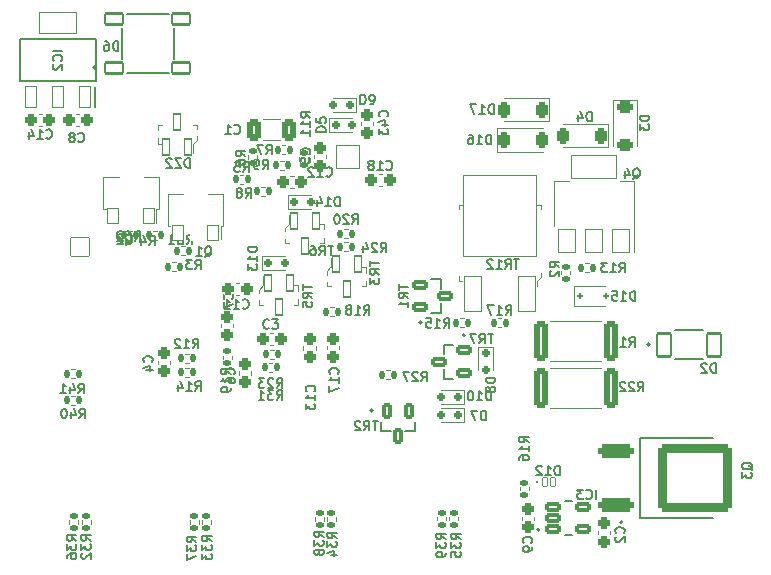
<source format=gbr>
%TF.GenerationSoftware,KiCad,Pcbnew,7.0.2*%
%TF.CreationDate,2024-12-05T18:12:45+09:00*%
%TF.ProjectId,YZ_CDI_PROT_V1,595a5f43-4449-45f5-9052-4f545f56312e,rev?*%
%TF.SameCoordinates,Original*%
%TF.FileFunction,Legend,Bot*%
%TF.FilePolarity,Positive*%
%FSLAX46Y46*%
G04 Gerber Fmt 4.6, Leading zero omitted, Abs format (unit mm)*
G04 Created by KiCad (PCBNEW 7.0.2) date 2024-12-05 18:12:45*
%MOMM*%
%LPD*%
G01*
G04 APERTURE LIST*
G04 Aperture macros list*
%AMRoundRect*
0 Rectangle with rounded corners*
0 $1 Rounding radius*
0 $2 $3 $4 $5 $6 $7 $8 $9 X,Y pos of 4 corners*
0 Add a 4 corners polygon primitive as box body*
4,1,4,$2,$3,$4,$5,$6,$7,$8,$9,$2,$3,0*
0 Add four circle primitives for the rounded corners*
1,1,$1+$1,$2,$3*
1,1,$1+$1,$4,$5*
1,1,$1+$1,$6,$7*
1,1,$1+$1,$8,$9*
0 Add four rect primitives between the rounded corners*
20,1,$1+$1,$2,$3,$4,$5,0*
20,1,$1+$1,$4,$5,$6,$7,0*
20,1,$1+$1,$6,$7,$8,$9,0*
20,1,$1+$1,$8,$9,$2,$3,0*%
%AMFreePoly0*
4,1,21,3.876642,0.880642,3.882500,0.866500,3.882500,-0.866500,3.876642,-0.880642,3.862500,-0.886500,0.737500,-0.886500,0.723358,-0.880642,0.717500,-0.866500,0.717500,-0.470000,-0.737500,-0.470000,-0.751642,-0.464142,-0.757500,-0.450000,-0.757500,0.450000,-0.751642,0.464142,-0.737500,0.470000,0.717500,0.470000,0.717500,0.866500,0.723358,0.880642,0.737500,0.886500,3.862500,0.886500,
3.876642,0.880642,3.876642,0.880642,$1*%
G04 Aperture macros list end*
%ADD10C,0.140000*%
%ADD11C,0.100000*%
%ADD12C,0.120000*%
%ADD13C,0.127000*%
%ADD14C,0.200000*%
%ADD15C,2.040000*%
%ADD16O,3.640000X2.240000*%
%ADD17C,1.564000*%
%ADD18RoundRect,0.020000X-1.000000X-1.000000X1.000000X-1.000000X1.000000X1.000000X-1.000000X1.000000X0*%
%ADD19RoundRect,0.020000X0.800000X0.800000X-0.800000X0.800000X-0.800000X-0.800000X0.800000X-0.800000X0*%
%ADD20C,1.640000*%
%ADD21RoundRect,0.020000X-0.750000X1.500000X-0.750000X-1.500000X0.750000X-1.500000X0.750000X1.500000X0*%
%ADD22RoundRect,0.020000X-3.125000X3.400000X-3.125000X-3.400000X3.125000X-3.400000X3.125000X3.400000X0*%
%ADD23RoundRect,0.070000X-0.300000X0.650000X-0.300000X-0.650000X0.300000X-0.650000X0.300000X0.650000X0*%
%ADD24RoundRect,0.155000X0.185000X-0.135000X0.185000X0.135000X-0.185000X0.135000X-0.185000X-0.135000X0*%
%ADD25RoundRect,0.155000X-0.185000X0.135000X-0.185000X-0.135000X0.185000X-0.135000X0.185000X0.135000X0*%
%ADD26RoundRect,0.020000X0.450000X-0.650000X0.450000X0.650000X-0.450000X0.650000X-0.450000X-0.650000X0*%
%ADD27FreePoly0,90.000000*%
%ADD28RoundRect,0.245000X0.225000X0.250000X-0.225000X0.250000X-0.225000X-0.250000X0.225000X-0.250000X0*%
%ADD29RoundRect,0.155000X0.135000X0.185000X-0.135000X0.185000X-0.135000X-0.185000X0.135000X-0.185000X0*%
%ADD30RoundRect,0.245000X-0.250000X0.225000X-0.250000X-0.225000X0.250000X-0.225000X0.250000X0.225000X0*%
%ADD31RoundRect,0.175750X-0.531250X-0.221250X0.531250X-0.221250X0.531250X0.221250X-0.531250X0.221250X0*%
%ADD32RoundRect,0.245000X-0.225000X-0.250000X0.225000X-0.250000X0.225000X0.250000X-0.225000X0.250000X0*%
%ADD33RoundRect,0.155000X-0.135000X-0.185000X0.135000X-0.185000X0.135000X0.185000X-0.135000X0.185000X0*%
%ADD34RoundRect,0.342000X1.175000X-0.240000X1.175000X0.240000X-1.175000X0.240000X-1.175000X-0.240000X0*%
%ADD35RoundRect,0.383500X2.768500X-2.533500X2.768500X2.533500X-2.768500X2.533500X-2.768500X-2.533500X0*%
%ADD36RoundRect,0.270000X0.362500X1.425000X-0.362500X1.425000X-0.362500X-1.425000X0.362500X-1.425000X0*%
%ADD37RoundRect,0.020000X-0.475000X-0.875000X0.475000X-0.875000X0.475000X0.875000X-0.475000X0.875000X0*%
%ADD38RoundRect,0.020000X1.600000X-0.875000X1.600000X0.875000X-1.600000X0.875000X-1.600000X-0.875000X0*%
%ADD39RoundRect,0.020000X-0.200000X-0.350000X0.200000X-0.350000X0.200000X0.350000X-0.200000X0.350000X0*%
%ADD40RoundRect,0.170000X0.150000X0.200000X-0.150000X0.200000X-0.150000X-0.200000X0.150000X-0.200000X0*%
%ADD41RoundRect,0.145000X-0.125000X-0.125000X0.125000X-0.125000X0.125000X0.125000X-0.125000X0.125000X0*%
%ADD42RoundRect,0.247273X0.272727X0.397727X-0.272727X0.397727X-0.272727X-0.397727X0.272727X-0.397727X0*%
%ADD43RoundRect,0.177000X0.540000X0.225000X-0.540000X0.225000X-0.540000X-0.225000X0.540000X-0.225000X0*%
%ADD44RoundRect,0.102000X-0.750000X-0.450000X0.750000X-0.450000X0.750000X0.450000X-0.750000X0.450000X0*%
%ADD45RoundRect,0.177000X-0.540000X-0.225000X0.540000X-0.225000X0.540000X0.225000X-0.540000X0.225000X0*%
%ADD46RoundRect,0.170000X-0.150000X-0.200000X0.150000X-0.200000X0.150000X0.200000X-0.150000X0.200000X0*%
%ADD47RoundRect,0.245000X0.250000X-0.225000X0.250000X0.225000X-0.250000X0.225000X-0.250000X-0.225000X0*%
%ADD48RoundRect,0.177000X-0.225000X0.540000X-0.225000X-0.540000X0.225000X-0.540000X0.225000X0.540000X0*%
%ADD49RoundRect,0.102000X-0.585000X-0.960000X0.585000X-0.960000X0.585000X0.960000X-0.585000X0.960000X0*%
%ADD50RoundRect,0.170000X0.200000X-0.150000X0.200000X0.150000X-0.200000X0.150000X-0.200000X-0.150000X0*%
%ADD51RoundRect,0.247273X-0.272727X-0.397727X0.272727X-0.397727X0.272727X0.397727X-0.272727X0.397727X0*%
%ADD52RoundRect,0.070000X0.300000X-0.650000X0.300000X0.650000X-0.300000X0.650000X-0.300000X-0.650000X0*%
%ADD53RoundRect,0.247273X-0.397727X0.272727X-0.397727X-0.272727X0.397727X-0.272727X0.397727X0.272727X0*%
%ADD54RoundRect,0.020000X0.750000X-1.000000X0.750000X1.000000X-0.750000X1.000000X-0.750000X-1.000000X0*%
%ADD55RoundRect,0.020000X1.900000X-1.000000X1.900000X1.000000X-1.900000X1.000000X-1.900000X-1.000000X0*%
%ADD56RoundRect,0.270000X0.325000X0.650000X-0.325000X0.650000X-0.325000X-0.650000X0.325000X-0.650000X0*%
G04 APERTURE END LIST*
D10*
%TO.C,TR12*%
X-18059524Y67279905D02*
X-18516667Y67279905D01*
X-18288095Y66479905D02*
X-18288095Y67279905D01*
X-19240477Y66479905D02*
X-18973810Y66860858D01*
X-18783334Y66479905D02*
X-18783334Y67279905D01*
X-18783334Y67279905D02*
X-19088096Y67279905D01*
X-19088096Y67279905D02*
X-19164286Y67241810D01*
X-19164286Y67241810D02*
X-19202381Y67203715D01*
X-19202381Y67203715D02*
X-19240477Y67127524D01*
X-19240477Y67127524D02*
X-19240477Y67013239D01*
X-19240477Y67013239D02*
X-19202381Y66937048D01*
X-19202381Y66937048D02*
X-19164286Y66898953D01*
X-19164286Y66898953D02*
X-19088096Y66860858D01*
X-19088096Y66860858D02*
X-18783334Y66860858D01*
X-20002381Y66479905D02*
X-19545238Y66479905D01*
X-19773810Y66479905D02*
X-19773810Y67279905D01*
X-19773810Y67279905D02*
X-19697619Y67165620D01*
X-19697619Y67165620D02*
X-19621429Y67089429D01*
X-19621429Y67089429D02*
X-19545238Y67051334D01*
X-20307143Y67203715D02*
X-20345239Y67241810D01*
X-20345239Y67241810D02*
X-20421429Y67279905D01*
X-20421429Y67279905D02*
X-20611905Y67279905D01*
X-20611905Y67279905D02*
X-20688096Y67241810D01*
X-20688096Y67241810D02*
X-20726191Y67203715D01*
X-20726191Y67203715D02*
X-20764286Y67127524D01*
X-20764286Y67127524D02*
X-20764286Y67051334D01*
X-20764286Y67051334D02*
X-20726191Y66937048D01*
X-20726191Y66937048D02*
X-20269048Y66479905D01*
X-20269048Y66479905D02*
X-20764286Y66479905D01*
%TO.C,TR3*%
X-30679905Y67159524D02*
X-30679905Y66702381D01*
X-29879905Y66930953D02*
X-30679905Y66930953D01*
X-29879905Y65978571D02*
X-30260858Y66245238D01*
X-29879905Y66435714D02*
X-30679905Y66435714D01*
X-30679905Y66435714D02*
X-30679905Y66130952D01*
X-30679905Y66130952D02*
X-30641810Y66054762D01*
X-30641810Y66054762D02*
X-30603715Y66016667D01*
X-30603715Y66016667D02*
X-30527524Y65978571D01*
X-30527524Y65978571D02*
X-30413239Y65978571D01*
X-30413239Y65978571D02*
X-30337048Y66016667D01*
X-30337048Y66016667D02*
X-30298953Y66054762D01*
X-30298953Y66054762D02*
X-30260858Y66130952D01*
X-30260858Y66130952D02*
X-30260858Y66435714D01*
X-30679905Y65711905D02*
X-30679905Y65216667D01*
X-30679905Y65216667D02*
X-30375143Y65483333D01*
X-30375143Y65483333D02*
X-30375143Y65369048D01*
X-30375143Y65369048D02*
X-30337048Y65292857D01*
X-30337048Y65292857D02*
X-30298953Y65254762D01*
X-30298953Y65254762D02*
X-30222762Y65216667D01*
X-30222762Y65216667D02*
X-30032286Y65216667D01*
X-30032286Y65216667D02*
X-29956096Y65254762D01*
X-29956096Y65254762D02*
X-29918000Y65292857D01*
X-29918000Y65292857D02*
X-29879905Y65369048D01*
X-29879905Y65369048D02*
X-29879905Y65597619D01*
X-29879905Y65597619D02*
X-29918000Y65673810D01*
X-29918000Y65673810D02*
X-29956096Y65711905D01*
%TO.C,R16*%
X-17229905Y51764286D02*
X-17610858Y52030953D01*
X-17229905Y52221429D02*
X-18029905Y52221429D01*
X-18029905Y52221429D02*
X-18029905Y51916667D01*
X-18029905Y51916667D02*
X-17991810Y51840477D01*
X-17991810Y51840477D02*
X-17953715Y51802382D01*
X-17953715Y51802382D02*
X-17877524Y51764286D01*
X-17877524Y51764286D02*
X-17763239Y51764286D01*
X-17763239Y51764286D02*
X-17687048Y51802382D01*
X-17687048Y51802382D02*
X-17648953Y51840477D01*
X-17648953Y51840477D02*
X-17610858Y51916667D01*
X-17610858Y51916667D02*
X-17610858Y52221429D01*
X-17229905Y51002382D02*
X-17229905Y51459525D01*
X-17229905Y51230953D02*
X-18029905Y51230953D01*
X-18029905Y51230953D02*
X-17915620Y51307144D01*
X-17915620Y51307144D02*
X-17839429Y51383334D01*
X-17839429Y51383334D02*
X-17801334Y51459525D01*
X-18029905Y50316667D02*
X-18029905Y50469048D01*
X-18029905Y50469048D02*
X-17991810Y50545239D01*
X-17991810Y50545239D02*
X-17953715Y50583334D01*
X-17953715Y50583334D02*
X-17839429Y50659524D01*
X-17839429Y50659524D02*
X-17687048Y50697620D01*
X-17687048Y50697620D02*
X-17382286Y50697620D01*
X-17382286Y50697620D02*
X-17306096Y50659524D01*
X-17306096Y50659524D02*
X-17268000Y50621429D01*
X-17268000Y50621429D02*
X-17229905Y50545239D01*
X-17229905Y50545239D02*
X-17229905Y50392858D01*
X-17229905Y50392858D02*
X-17268000Y50316667D01*
X-17268000Y50316667D02*
X-17306096Y50278572D01*
X-17306096Y50278572D02*
X-17382286Y50240477D01*
X-17382286Y50240477D02*
X-17572762Y50240477D01*
X-17572762Y50240477D02*
X-17648953Y50278572D01*
X-17648953Y50278572D02*
X-17687048Y50316667D01*
X-17687048Y50316667D02*
X-17725143Y50392858D01*
X-17725143Y50392858D02*
X-17725143Y50545239D01*
X-17725143Y50545239D02*
X-17687048Y50621429D01*
X-17687048Y50621429D02*
X-17648953Y50659524D01*
X-17648953Y50659524D02*
X-17572762Y50697620D01*
%TO.C,R38*%
X-34579905Y43764286D02*
X-34960858Y44030953D01*
X-34579905Y44221429D02*
X-35379905Y44221429D01*
X-35379905Y44221429D02*
X-35379905Y43916667D01*
X-35379905Y43916667D02*
X-35341810Y43840477D01*
X-35341810Y43840477D02*
X-35303715Y43802382D01*
X-35303715Y43802382D02*
X-35227524Y43764286D01*
X-35227524Y43764286D02*
X-35113239Y43764286D01*
X-35113239Y43764286D02*
X-35037048Y43802382D01*
X-35037048Y43802382D02*
X-34998953Y43840477D01*
X-34998953Y43840477D02*
X-34960858Y43916667D01*
X-34960858Y43916667D02*
X-34960858Y44221429D01*
X-35379905Y43497620D02*
X-35379905Y43002382D01*
X-35379905Y43002382D02*
X-35075143Y43269048D01*
X-35075143Y43269048D02*
X-35075143Y43154763D01*
X-35075143Y43154763D02*
X-35037048Y43078572D01*
X-35037048Y43078572D02*
X-34998953Y43040477D01*
X-34998953Y43040477D02*
X-34922762Y43002382D01*
X-34922762Y43002382D02*
X-34732286Y43002382D01*
X-34732286Y43002382D02*
X-34656096Y43040477D01*
X-34656096Y43040477D02*
X-34618000Y43078572D01*
X-34618000Y43078572D02*
X-34579905Y43154763D01*
X-34579905Y43154763D02*
X-34579905Y43383334D01*
X-34579905Y43383334D02*
X-34618000Y43459525D01*
X-34618000Y43459525D02*
X-34656096Y43497620D01*
X-35037048Y42545239D02*
X-35075143Y42621429D01*
X-35075143Y42621429D02*
X-35113239Y42659524D01*
X-35113239Y42659524D02*
X-35189429Y42697620D01*
X-35189429Y42697620D02*
X-35227524Y42697620D01*
X-35227524Y42697620D02*
X-35303715Y42659524D01*
X-35303715Y42659524D02*
X-35341810Y42621429D01*
X-35341810Y42621429D02*
X-35379905Y42545239D01*
X-35379905Y42545239D02*
X-35379905Y42392858D01*
X-35379905Y42392858D02*
X-35341810Y42316667D01*
X-35341810Y42316667D02*
X-35303715Y42278572D01*
X-35303715Y42278572D02*
X-35227524Y42240477D01*
X-35227524Y42240477D02*
X-35189429Y42240477D01*
X-35189429Y42240477D02*
X-35113239Y42278572D01*
X-35113239Y42278572D02*
X-35075143Y42316667D01*
X-35075143Y42316667D02*
X-35037048Y42392858D01*
X-35037048Y42392858D02*
X-35037048Y42545239D01*
X-35037048Y42545239D02*
X-34998953Y42621429D01*
X-34998953Y42621429D02*
X-34960858Y42659524D01*
X-34960858Y42659524D02*
X-34884667Y42697620D01*
X-34884667Y42697620D02*
X-34732286Y42697620D01*
X-34732286Y42697620D02*
X-34656096Y42659524D01*
X-34656096Y42659524D02*
X-34618000Y42621429D01*
X-34618000Y42621429D02*
X-34579905Y42545239D01*
X-34579905Y42545239D02*
X-34579905Y42392858D01*
X-34579905Y42392858D02*
X-34618000Y42316667D01*
X-34618000Y42316667D02*
X-34656096Y42278572D01*
X-34656096Y42278572D02*
X-34732286Y42240477D01*
X-34732286Y42240477D02*
X-34884667Y42240477D01*
X-34884667Y42240477D02*
X-34960858Y42278572D01*
X-34960858Y42278572D02*
X-34998953Y42316667D01*
X-34998953Y42316667D02*
X-35037048Y42392858D01*
%TO.C,Q1*%
X-44673810Y67503715D02*
X-44597620Y67541810D01*
X-44597620Y67541810D02*
X-44521429Y67618000D01*
X-44521429Y67618000D02*
X-44407143Y67732286D01*
X-44407143Y67732286D02*
X-44330953Y67770381D01*
X-44330953Y67770381D02*
X-44254762Y67770381D01*
X-44292858Y67579905D02*
X-44216667Y67618000D01*
X-44216667Y67618000D02*
X-44140477Y67694191D01*
X-44140477Y67694191D02*
X-44102381Y67846572D01*
X-44102381Y67846572D02*
X-44102381Y68113239D01*
X-44102381Y68113239D02*
X-44140477Y68265620D01*
X-44140477Y68265620D02*
X-44216667Y68341810D01*
X-44216667Y68341810D02*
X-44292858Y68379905D01*
X-44292858Y68379905D02*
X-44445239Y68379905D01*
X-44445239Y68379905D02*
X-44521429Y68341810D01*
X-44521429Y68341810D02*
X-44597620Y68265620D01*
X-44597620Y68265620D02*
X-44635715Y68113239D01*
X-44635715Y68113239D02*
X-44635715Y67846572D01*
X-44635715Y67846572D02*
X-44597620Y67694191D01*
X-44597620Y67694191D02*
X-44521429Y67618000D01*
X-44521429Y67618000D02*
X-44445239Y67579905D01*
X-44445239Y67579905D02*
X-44292858Y67579905D01*
X-45397619Y67579905D02*
X-44940476Y67579905D01*
X-45169048Y67579905D02*
X-45169048Y68379905D01*
X-45169048Y68379905D02*
X-45092857Y68265620D01*
X-45092857Y68265620D02*
X-45016667Y68189429D01*
X-45016667Y68189429D02*
X-44940476Y68151334D01*
%TO.C,C8*%
X-55366668Y77256096D02*
X-55328572Y77218000D01*
X-55328572Y77218000D02*
X-55214287Y77179905D01*
X-55214287Y77179905D02*
X-55138096Y77179905D01*
X-55138096Y77179905D02*
X-55023810Y77218000D01*
X-55023810Y77218000D02*
X-54947620Y77294191D01*
X-54947620Y77294191D02*
X-54909525Y77370381D01*
X-54909525Y77370381D02*
X-54871429Y77522762D01*
X-54871429Y77522762D02*
X-54871429Y77637048D01*
X-54871429Y77637048D02*
X-54909525Y77789429D01*
X-54909525Y77789429D02*
X-54947620Y77865620D01*
X-54947620Y77865620D02*
X-55023810Y77941810D01*
X-55023810Y77941810D02*
X-55138096Y77979905D01*
X-55138096Y77979905D02*
X-55214287Y77979905D01*
X-55214287Y77979905D02*
X-55328572Y77941810D01*
X-55328572Y77941810D02*
X-55366668Y77903715D01*
X-55823810Y77637048D02*
X-55747620Y77675143D01*
X-55747620Y77675143D02*
X-55709525Y77713239D01*
X-55709525Y77713239D02*
X-55671429Y77789429D01*
X-55671429Y77789429D02*
X-55671429Y77827524D01*
X-55671429Y77827524D02*
X-55709525Y77903715D01*
X-55709525Y77903715D02*
X-55747620Y77941810D01*
X-55747620Y77941810D02*
X-55823810Y77979905D01*
X-55823810Y77979905D02*
X-55976191Y77979905D01*
X-55976191Y77979905D02*
X-56052382Y77941810D01*
X-56052382Y77941810D02*
X-56090477Y77903715D01*
X-56090477Y77903715D02*
X-56128572Y77827524D01*
X-56128572Y77827524D02*
X-56128572Y77789429D01*
X-56128572Y77789429D02*
X-56090477Y77713239D01*
X-56090477Y77713239D02*
X-56052382Y77675143D01*
X-56052382Y77675143D02*
X-55976191Y77637048D01*
X-55976191Y77637048D02*
X-55823810Y77637048D01*
X-55823810Y77637048D02*
X-55747620Y77598953D01*
X-55747620Y77598953D02*
X-55709525Y77560858D01*
X-55709525Y77560858D02*
X-55671429Y77484667D01*
X-55671429Y77484667D02*
X-55671429Y77332286D01*
X-55671429Y77332286D02*
X-55709525Y77256096D01*
X-55709525Y77256096D02*
X-55747620Y77218000D01*
X-55747620Y77218000D02*
X-55823810Y77179905D01*
X-55823810Y77179905D02*
X-55976191Y77179905D01*
X-55976191Y77179905D02*
X-56052382Y77218000D01*
X-56052382Y77218000D02*
X-56090477Y77256096D01*
X-56090477Y77256096D02*
X-56128572Y77332286D01*
X-56128572Y77332286D02*
X-56128572Y77484667D01*
X-56128572Y77484667D02*
X-56090477Y77560858D01*
X-56090477Y77560858D02*
X-56052382Y77598953D01*
X-56052382Y77598953D02*
X-55976191Y77637048D01*
%TO.C,R7*%
X-39466668Y76179905D02*
X-39200001Y76560858D01*
X-39009525Y76179905D02*
X-39009525Y76979905D01*
X-39009525Y76979905D02*
X-39314287Y76979905D01*
X-39314287Y76979905D02*
X-39390477Y76941810D01*
X-39390477Y76941810D02*
X-39428572Y76903715D01*
X-39428572Y76903715D02*
X-39466668Y76827524D01*
X-39466668Y76827524D02*
X-39466668Y76713239D01*
X-39466668Y76713239D02*
X-39428572Y76637048D01*
X-39428572Y76637048D02*
X-39390477Y76598953D01*
X-39390477Y76598953D02*
X-39314287Y76560858D01*
X-39314287Y76560858D02*
X-39009525Y76560858D01*
X-39733334Y76979905D02*
X-40266668Y76979905D01*
X-40266668Y76979905D02*
X-39923810Y76179905D01*
%TO.C,C6*%
X-42206096Y57533333D02*
X-42168000Y57571429D01*
X-42168000Y57571429D02*
X-42129905Y57685714D01*
X-42129905Y57685714D02*
X-42129905Y57761905D01*
X-42129905Y57761905D02*
X-42168000Y57876191D01*
X-42168000Y57876191D02*
X-42244191Y57952381D01*
X-42244191Y57952381D02*
X-42320381Y57990476D01*
X-42320381Y57990476D02*
X-42472762Y58028572D01*
X-42472762Y58028572D02*
X-42587048Y58028572D01*
X-42587048Y58028572D02*
X-42739429Y57990476D01*
X-42739429Y57990476D02*
X-42815620Y57952381D01*
X-42815620Y57952381D02*
X-42891810Y57876191D01*
X-42891810Y57876191D02*
X-42929905Y57761905D01*
X-42929905Y57761905D02*
X-42929905Y57685714D01*
X-42929905Y57685714D02*
X-42891810Y57571429D01*
X-42891810Y57571429D02*
X-42853715Y57533333D01*
X-42929905Y56847619D02*
X-42929905Y57000000D01*
X-42929905Y57000000D02*
X-42891810Y57076191D01*
X-42891810Y57076191D02*
X-42853715Y57114286D01*
X-42853715Y57114286D02*
X-42739429Y57190476D01*
X-42739429Y57190476D02*
X-42587048Y57228572D01*
X-42587048Y57228572D02*
X-42282286Y57228572D01*
X-42282286Y57228572D02*
X-42206096Y57190476D01*
X-42206096Y57190476D02*
X-42168000Y57152381D01*
X-42168000Y57152381D02*
X-42129905Y57076191D01*
X-42129905Y57076191D02*
X-42129905Y56923810D01*
X-42129905Y56923810D02*
X-42168000Y56847619D01*
X-42168000Y56847619D02*
X-42206096Y56809524D01*
X-42206096Y56809524D02*
X-42282286Y56771429D01*
X-42282286Y56771429D02*
X-42472762Y56771429D01*
X-42472762Y56771429D02*
X-42548953Y56809524D01*
X-42548953Y56809524D02*
X-42587048Y56847619D01*
X-42587048Y56847619D02*
X-42625143Y56923810D01*
X-42625143Y56923810D02*
X-42625143Y57076191D01*
X-42625143Y57076191D02*
X-42587048Y57152381D01*
X-42587048Y57152381D02*
X-42548953Y57190476D01*
X-42548953Y57190476D02*
X-42472762Y57228572D01*
%TO.C,IC3*%
X-11519049Y46979905D02*
X-11519049Y47779905D01*
X-12357144Y47056096D02*
X-12319048Y47018000D01*
X-12319048Y47018000D02*
X-12204763Y46979905D01*
X-12204763Y46979905D02*
X-12128572Y46979905D01*
X-12128572Y46979905D02*
X-12014286Y47018000D01*
X-12014286Y47018000D02*
X-11938096Y47094191D01*
X-11938096Y47094191D02*
X-11900001Y47170381D01*
X-11900001Y47170381D02*
X-11861905Y47322762D01*
X-11861905Y47322762D02*
X-11861905Y47437048D01*
X-11861905Y47437048D02*
X-11900001Y47589429D01*
X-11900001Y47589429D02*
X-11938096Y47665620D01*
X-11938096Y47665620D02*
X-12014286Y47741810D01*
X-12014286Y47741810D02*
X-12128572Y47779905D01*
X-12128572Y47779905D02*
X-12204763Y47779905D01*
X-12204763Y47779905D02*
X-12319048Y47741810D01*
X-12319048Y47741810D02*
X-12357144Y47703715D01*
X-12623810Y47779905D02*
X-13119048Y47779905D01*
X-13119048Y47779905D02*
X-12852382Y47475143D01*
X-12852382Y47475143D02*
X-12966667Y47475143D01*
X-12966667Y47475143D02*
X-13042858Y47437048D01*
X-13042858Y47437048D02*
X-13080953Y47398953D01*
X-13080953Y47398953D02*
X-13119048Y47322762D01*
X-13119048Y47322762D02*
X-13119048Y47132286D01*
X-13119048Y47132286D02*
X-13080953Y47056096D01*
X-13080953Y47056096D02*
X-13042858Y47018000D01*
X-13042858Y47018000D02*
X-12966667Y46979905D01*
X-12966667Y46979905D02*
X-12738096Y46979905D01*
X-12738096Y46979905D02*
X-12661905Y47018000D01*
X-12661905Y47018000D02*
X-12623810Y47056096D01*
%TO.C,R33*%
X-44079905Y43384286D02*
X-44460858Y43650953D01*
X-44079905Y43841429D02*
X-44879905Y43841429D01*
X-44879905Y43841429D02*
X-44879905Y43536667D01*
X-44879905Y43536667D02*
X-44841810Y43460477D01*
X-44841810Y43460477D02*
X-44803715Y43422382D01*
X-44803715Y43422382D02*
X-44727524Y43384286D01*
X-44727524Y43384286D02*
X-44613239Y43384286D01*
X-44613239Y43384286D02*
X-44537048Y43422382D01*
X-44537048Y43422382D02*
X-44498953Y43460477D01*
X-44498953Y43460477D02*
X-44460858Y43536667D01*
X-44460858Y43536667D02*
X-44460858Y43841429D01*
X-44879905Y43117620D02*
X-44879905Y42622382D01*
X-44879905Y42622382D02*
X-44575143Y42889048D01*
X-44575143Y42889048D02*
X-44575143Y42774763D01*
X-44575143Y42774763D02*
X-44537048Y42698572D01*
X-44537048Y42698572D02*
X-44498953Y42660477D01*
X-44498953Y42660477D02*
X-44422762Y42622382D01*
X-44422762Y42622382D02*
X-44232286Y42622382D01*
X-44232286Y42622382D02*
X-44156096Y42660477D01*
X-44156096Y42660477D02*
X-44118000Y42698572D01*
X-44118000Y42698572D02*
X-44079905Y42774763D01*
X-44079905Y42774763D02*
X-44079905Y43003334D01*
X-44079905Y43003334D02*
X-44118000Y43079525D01*
X-44118000Y43079525D02*
X-44156096Y43117620D01*
X-44879905Y42355715D02*
X-44879905Y41860477D01*
X-44879905Y41860477D02*
X-44575143Y42127143D01*
X-44575143Y42127143D02*
X-44575143Y42012858D01*
X-44575143Y42012858D02*
X-44537048Y41936667D01*
X-44537048Y41936667D02*
X-44498953Y41898572D01*
X-44498953Y41898572D02*
X-44422762Y41860477D01*
X-44422762Y41860477D02*
X-44232286Y41860477D01*
X-44232286Y41860477D02*
X-44156096Y41898572D01*
X-44156096Y41898572D02*
X-44118000Y41936667D01*
X-44118000Y41936667D02*
X-44079905Y42012858D01*
X-44079905Y42012858D02*
X-44079905Y42241429D01*
X-44079905Y42241429D02*
X-44118000Y42317620D01*
X-44118000Y42317620D02*
X-44156096Y42355715D01*
%TO.C,C43*%
X-29206096Y79364286D02*
X-29168000Y79402382D01*
X-29168000Y79402382D02*
X-29129905Y79516667D01*
X-29129905Y79516667D02*
X-29129905Y79592858D01*
X-29129905Y79592858D02*
X-29168000Y79707144D01*
X-29168000Y79707144D02*
X-29244191Y79783334D01*
X-29244191Y79783334D02*
X-29320381Y79821429D01*
X-29320381Y79821429D02*
X-29472762Y79859525D01*
X-29472762Y79859525D02*
X-29587048Y79859525D01*
X-29587048Y79859525D02*
X-29739429Y79821429D01*
X-29739429Y79821429D02*
X-29815620Y79783334D01*
X-29815620Y79783334D02*
X-29891810Y79707144D01*
X-29891810Y79707144D02*
X-29929905Y79592858D01*
X-29929905Y79592858D02*
X-29929905Y79516667D01*
X-29929905Y79516667D02*
X-29891810Y79402382D01*
X-29891810Y79402382D02*
X-29853715Y79364286D01*
X-29663239Y78678572D02*
X-29129905Y78678572D01*
X-29968000Y78869048D02*
X-29396572Y79059525D01*
X-29396572Y79059525D02*
X-29396572Y78564286D01*
X-29929905Y78335715D02*
X-29929905Y77840477D01*
X-29929905Y77840477D02*
X-29625143Y78107143D01*
X-29625143Y78107143D02*
X-29625143Y77992858D01*
X-29625143Y77992858D02*
X-29587048Y77916667D01*
X-29587048Y77916667D02*
X-29548953Y77878572D01*
X-29548953Y77878572D02*
X-29472762Y77840477D01*
X-29472762Y77840477D02*
X-29282286Y77840477D01*
X-29282286Y77840477D02*
X-29206096Y77878572D01*
X-29206096Y77878572D02*
X-29168000Y77916667D01*
X-29168000Y77916667D02*
X-29129905Y77992858D01*
X-29129905Y77992858D02*
X-29129905Y78221429D01*
X-29129905Y78221429D02*
X-29168000Y78297620D01*
X-29168000Y78297620D02*
X-29206096Y78335715D01*
%TO.C,C18*%
X-29285715Y74906096D02*
X-29247619Y74868000D01*
X-29247619Y74868000D02*
X-29133334Y74829905D01*
X-29133334Y74829905D02*
X-29057143Y74829905D01*
X-29057143Y74829905D02*
X-28942857Y74868000D01*
X-28942857Y74868000D02*
X-28866667Y74944191D01*
X-28866667Y74944191D02*
X-28828572Y75020381D01*
X-28828572Y75020381D02*
X-28790476Y75172762D01*
X-28790476Y75172762D02*
X-28790476Y75287048D01*
X-28790476Y75287048D02*
X-28828572Y75439429D01*
X-28828572Y75439429D02*
X-28866667Y75515620D01*
X-28866667Y75515620D02*
X-28942857Y75591810D01*
X-28942857Y75591810D02*
X-29057143Y75629905D01*
X-29057143Y75629905D02*
X-29133334Y75629905D01*
X-29133334Y75629905D02*
X-29247619Y75591810D01*
X-29247619Y75591810D02*
X-29285715Y75553715D01*
X-30047619Y74829905D02*
X-29590476Y74829905D01*
X-29819048Y74829905D02*
X-29819048Y75629905D01*
X-29819048Y75629905D02*
X-29742857Y75515620D01*
X-29742857Y75515620D02*
X-29666667Y75439429D01*
X-29666667Y75439429D02*
X-29590476Y75401334D01*
X-30504762Y75287048D02*
X-30428572Y75325143D01*
X-30428572Y75325143D02*
X-30390477Y75363239D01*
X-30390477Y75363239D02*
X-30352381Y75439429D01*
X-30352381Y75439429D02*
X-30352381Y75477524D01*
X-30352381Y75477524D02*
X-30390477Y75553715D01*
X-30390477Y75553715D02*
X-30428572Y75591810D01*
X-30428572Y75591810D02*
X-30504762Y75629905D01*
X-30504762Y75629905D02*
X-30657143Y75629905D01*
X-30657143Y75629905D02*
X-30733334Y75591810D01*
X-30733334Y75591810D02*
X-30771429Y75553715D01*
X-30771429Y75553715D02*
X-30809524Y75477524D01*
X-30809524Y75477524D02*
X-30809524Y75439429D01*
X-30809524Y75439429D02*
X-30771429Y75363239D01*
X-30771429Y75363239D02*
X-30733334Y75325143D01*
X-30733334Y75325143D02*
X-30657143Y75287048D01*
X-30657143Y75287048D02*
X-30504762Y75287048D01*
X-30504762Y75287048D02*
X-30428572Y75248953D01*
X-30428572Y75248953D02*
X-30390477Y75210858D01*
X-30390477Y75210858D02*
X-30352381Y75134667D01*
X-30352381Y75134667D02*
X-30352381Y74982286D01*
X-30352381Y74982286D02*
X-30390477Y74906096D01*
X-30390477Y74906096D02*
X-30428572Y74868000D01*
X-30428572Y74868000D02*
X-30504762Y74829905D01*
X-30504762Y74829905D02*
X-30657143Y74829905D01*
X-30657143Y74829905D02*
X-30733334Y74868000D01*
X-30733334Y74868000D02*
X-30771429Y74906096D01*
X-30771429Y74906096D02*
X-30809524Y74982286D01*
X-30809524Y74982286D02*
X-30809524Y75134667D01*
X-30809524Y75134667D02*
X-30771429Y75210858D01*
X-30771429Y75210858D02*
X-30733334Y75248953D01*
X-30733334Y75248953D02*
X-30657143Y75287048D01*
%TO.C,R61*%
X-46195715Y68529905D02*
X-45929048Y68910858D01*
X-45738572Y68529905D02*
X-45738572Y69329905D01*
X-45738572Y69329905D02*
X-46043334Y69329905D01*
X-46043334Y69329905D02*
X-46119524Y69291810D01*
X-46119524Y69291810D02*
X-46157619Y69253715D01*
X-46157619Y69253715D02*
X-46195715Y69177524D01*
X-46195715Y69177524D02*
X-46195715Y69063239D01*
X-46195715Y69063239D02*
X-46157619Y68987048D01*
X-46157619Y68987048D02*
X-46119524Y68948953D01*
X-46119524Y68948953D02*
X-46043334Y68910858D01*
X-46043334Y68910858D02*
X-45738572Y68910858D01*
X-46881429Y69329905D02*
X-46729048Y69329905D01*
X-46729048Y69329905D02*
X-46652857Y69291810D01*
X-46652857Y69291810D02*
X-46614762Y69253715D01*
X-46614762Y69253715D02*
X-46538572Y69139429D01*
X-46538572Y69139429D02*
X-46500476Y68987048D01*
X-46500476Y68987048D02*
X-46500476Y68682286D01*
X-46500476Y68682286D02*
X-46538572Y68606096D01*
X-46538572Y68606096D02*
X-46576667Y68568000D01*
X-46576667Y68568000D02*
X-46652857Y68529905D01*
X-46652857Y68529905D02*
X-46805238Y68529905D01*
X-46805238Y68529905D02*
X-46881429Y68568000D01*
X-46881429Y68568000D02*
X-46919524Y68606096D01*
X-46919524Y68606096D02*
X-46957619Y68682286D01*
X-46957619Y68682286D02*
X-46957619Y68872762D01*
X-46957619Y68872762D02*
X-46919524Y68948953D01*
X-46919524Y68948953D02*
X-46881429Y68987048D01*
X-46881429Y68987048D02*
X-46805238Y69025143D01*
X-46805238Y69025143D02*
X-46652857Y69025143D01*
X-46652857Y69025143D02*
X-46576667Y68987048D01*
X-46576667Y68987048D02*
X-46538572Y68948953D01*
X-46538572Y68948953D02*
X-46500476Y68872762D01*
X-47719524Y68529905D02*
X-47262381Y68529905D01*
X-47490953Y68529905D02*
X-47490953Y69329905D01*
X-47490953Y69329905D02*
X-47414762Y69215620D01*
X-47414762Y69215620D02*
X-47338572Y69139429D01*
X-47338572Y69139429D02*
X-47262381Y69101334D01*
%TO.C,R9*%
X-39776668Y74879905D02*
X-39510001Y75260858D01*
X-39319525Y74879905D02*
X-39319525Y75679905D01*
X-39319525Y75679905D02*
X-39624287Y75679905D01*
X-39624287Y75679905D02*
X-39700477Y75641810D01*
X-39700477Y75641810D02*
X-39738572Y75603715D01*
X-39738572Y75603715D02*
X-39776668Y75527524D01*
X-39776668Y75527524D02*
X-39776668Y75413239D01*
X-39776668Y75413239D02*
X-39738572Y75337048D01*
X-39738572Y75337048D02*
X-39700477Y75298953D01*
X-39700477Y75298953D02*
X-39624287Y75260858D01*
X-39624287Y75260858D02*
X-39319525Y75260858D01*
X-40157620Y74879905D02*
X-40310001Y74879905D01*
X-40310001Y74879905D02*
X-40386191Y74918000D01*
X-40386191Y74918000D02*
X-40424287Y74956096D01*
X-40424287Y74956096D02*
X-40500477Y75070381D01*
X-40500477Y75070381D02*
X-40538572Y75222762D01*
X-40538572Y75222762D02*
X-40538572Y75527524D01*
X-40538572Y75527524D02*
X-40500477Y75603715D01*
X-40500477Y75603715D02*
X-40462382Y75641810D01*
X-40462382Y75641810D02*
X-40386191Y75679905D01*
X-40386191Y75679905D02*
X-40233810Y75679905D01*
X-40233810Y75679905D02*
X-40157620Y75641810D01*
X-40157620Y75641810D02*
X-40119525Y75603715D01*
X-40119525Y75603715D02*
X-40081429Y75527524D01*
X-40081429Y75527524D02*
X-40081429Y75337048D01*
X-40081429Y75337048D02*
X-40119525Y75260858D01*
X-40119525Y75260858D02*
X-40157620Y75222762D01*
X-40157620Y75222762D02*
X-40233810Y75184667D01*
X-40233810Y75184667D02*
X-40386191Y75184667D01*
X-40386191Y75184667D02*
X-40462382Y75222762D01*
X-40462382Y75222762D02*
X-40500477Y75260858D01*
X-40500477Y75260858D02*
X-40538572Y75337048D01*
%TO.C,Q3*%
X1701285Y49461191D02*
X1663190Y49537381D01*
X1663190Y49537381D02*
X1587000Y49613572D01*
X1587000Y49613572D02*
X1472714Y49727858D01*
X1472714Y49727858D02*
X1434619Y49804048D01*
X1434619Y49804048D02*
X1434619Y49880239D01*
X1625095Y49842143D02*
X1587000Y49918334D01*
X1587000Y49918334D02*
X1510809Y49994524D01*
X1510809Y49994524D02*
X1358428Y50032620D01*
X1358428Y50032620D02*
X1091761Y50032620D01*
X1091761Y50032620D02*
X939380Y49994524D01*
X939380Y49994524D02*
X863190Y49918334D01*
X863190Y49918334D02*
X825095Y49842143D01*
X825095Y49842143D02*
X825095Y49689762D01*
X825095Y49689762D02*
X863190Y49613572D01*
X863190Y49613572D02*
X939380Y49537381D01*
X939380Y49537381D02*
X1091761Y49499286D01*
X1091761Y49499286D02*
X1358428Y49499286D01*
X1358428Y49499286D02*
X1510809Y49537381D01*
X1510809Y49537381D02*
X1587000Y49613572D01*
X1587000Y49613572D02*
X1625095Y49689762D01*
X1625095Y49689762D02*
X1625095Y49842143D01*
X825095Y49232620D02*
X825095Y48737382D01*
X825095Y48737382D02*
X1129857Y49004048D01*
X1129857Y49004048D02*
X1129857Y48889763D01*
X1129857Y48889763D02*
X1167952Y48813572D01*
X1167952Y48813572D02*
X1206047Y48775477D01*
X1206047Y48775477D02*
X1282238Y48737382D01*
X1282238Y48737382D02*
X1472714Y48737382D01*
X1472714Y48737382D02*
X1548904Y48775477D01*
X1548904Y48775477D02*
X1587000Y48813572D01*
X1587000Y48813572D02*
X1625095Y48889763D01*
X1625095Y48889763D02*
X1625095Y49118334D01*
X1625095Y49118334D02*
X1587000Y49194525D01*
X1587000Y49194525D02*
X1548904Y49232620D01*
%TO.C,R1*%
X-8729168Y59879905D02*
X-8462501Y60260858D01*
X-8272025Y59879905D02*
X-8272025Y60679905D01*
X-8272025Y60679905D02*
X-8576787Y60679905D01*
X-8576787Y60679905D02*
X-8652977Y60641810D01*
X-8652977Y60641810D02*
X-8691072Y60603715D01*
X-8691072Y60603715D02*
X-8729168Y60527524D01*
X-8729168Y60527524D02*
X-8729168Y60413239D01*
X-8729168Y60413239D02*
X-8691072Y60337048D01*
X-8691072Y60337048D02*
X-8652977Y60298953D01*
X-8652977Y60298953D02*
X-8576787Y60260858D01*
X-8576787Y60260858D02*
X-8272025Y60260858D01*
X-9491072Y59879905D02*
X-9033929Y59879905D01*
X-9262501Y59879905D02*
X-9262501Y60679905D01*
X-9262501Y60679905D02*
X-9186310Y60565620D01*
X-9186310Y60565620D02*
X-9110120Y60489429D01*
X-9110120Y60489429D02*
X-9033929Y60451334D01*
%TO.C,C5*%
X-35806096Y76183333D02*
X-35768000Y76221429D01*
X-35768000Y76221429D02*
X-35729905Y76335714D01*
X-35729905Y76335714D02*
X-35729905Y76411905D01*
X-35729905Y76411905D02*
X-35768000Y76526191D01*
X-35768000Y76526191D02*
X-35844191Y76602381D01*
X-35844191Y76602381D02*
X-35920381Y76640476D01*
X-35920381Y76640476D02*
X-36072762Y76678572D01*
X-36072762Y76678572D02*
X-36187048Y76678572D01*
X-36187048Y76678572D02*
X-36339429Y76640476D01*
X-36339429Y76640476D02*
X-36415620Y76602381D01*
X-36415620Y76602381D02*
X-36491810Y76526191D01*
X-36491810Y76526191D02*
X-36529905Y76411905D01*
X-36529905Y76411905D02*
X-36529905Y76335714D01*
X-36529905Y76335714D02*
X-36491810Y76221429D01*
X-36491810Y76221429D02*
X-36453715Y76183333D01*
X-36529905Y75459524D02*
X-36529905Y75840476D01*
X-36529905Y75840476D02*
X-36148953Y75878572D01*
X-36148953Y75878572D02*
X-36187048Y75840476D01*
X-36187048Y75840476D02*
X-36225143Y75764286D01*
X-36225143Y75764286D02*
X-36225143Y75573810D01*
X-36225143Y75573810D02*
X-36187048Y75497619D01*
X-36187048Y75497619D02*
X-36148953Y75459524D01*
X-36148953Y75459524D02*
X-36072762Y75421429D01*
X-36072762Y75421429D02*
X-35882286Y75421429D01*
X-35882286Y75421429D02*
X-35806096Y75459524D01*
X-35806096Y75459524D02*
X-35768000Y75497619D01*
X-35768000Y75497619D02*
X-35729905Y75573810D01*
X-35729905Y75573810D02*
X-35729905Y75764286D01*
X-35729905Y75764286D02*
X-35768000Y75840476D01*
X-35768000Y75840476D02*
X-35806096Y75878572D01*
%TO.C,R8*%
X-41216668Y72479905D02*
X-40950001Y72860858D01*
X-40759525Y72479905D02*
X-40759525Y73279905D01*
X-40759525Y73279905D02*
X-41064287Y73279905D01*
X-41064287Y73279905D02*
X-41140477Y73241810D01*
X-41140477Y73241810D02*
X-41178572Y73203715D01*
X-41178572Y73203715D02*
X-41216668Y73127524D01*
X-41216668Y73127524D02*
X-41216668Y73013239D01*
X-41216668Y73013239D02*
X-41178572Y72937048D01*
X-41178572Y72937048D02*
X-41140477Y72898953D01*
X-41140477Y72898953D02*
X-41064287Y72860858D01*
X-41064287Y72860858D02*
X-40759525Y72860858D01*
X-41673810Y72937048D02*
X-41597620Y72975143D01*
X-41597620Y72975143D02*
X-41559525Y73013239D01*
X-41559525Y73013239D02*
X-41521429Y73089429D01*
X-41521429Y73089429D02*
X-41521429Y73127524D01*
X-41521429Y73127524D02*
X-41559525Y73203715D01*
X-41559525Y73203715D02*
X-41597620Y73241810D01*
X-41597620Y73241810D02*
X-41673810Y73279905D01*
X-41673810Y73279905D02*
X-41826191Y73279905D01*
X-41826191Y73279905D02*
X-41902382Y73241810D01*
X-41902382Y73241810D02*
X-41940477Y73203715D01*
X-41940477Y73203715D02*
X-41978572Y73127524D01*
X-41978572Y73127524D02*
X-41978572Y73089429D01*
X-41978572Y73089429D02*
X-41940477Y73013239D01*
X-41940477Y73013239D02*
X-41902382Y72975143D01*
X-41902382Y72975143D02*
X-41826191Y72937048D01*
X-41826191Y72937048D02*
X-41673810Y72937048D01*
X-41673810Y72937048D02*
X-41597620Y72898953D01*
X-41597620Y72898953D02*
X-41559525Y72860858D01*
X-41559525Y72860858D02*
X-41521429Y72784667D01*
X-41521429Y72784667D02*
X-41521429Y72632286D01*
X-41521429Y72632286D02*
X-41559525Y72556096D01*
X-41559525Y72556096D02*
X-41597620Y72518000D01*
X-41597620Y72518000D02*
X-41673810Y72479905D01*
X-41673810Y72479905D02*
X-41826191Y72479905D01*
X-41826191Y72479905D02*
X-41902382Y72518000D01*
X-41902382Y72518000D02*
X-41940477Y72556096D01*
X-41940477Y72556096D02*
X-41978572Y72632286D01*
X-41978572Y72632286D02*
X-41978572Y72784667D01*
X-41978572Y72784667D02*
X-41940477Y72860858D01*
X-41940477Y72860858D02*
X-41902382Y72898953D01*
X-41902382Y72898953D02*
X-41826191Y72937048D01*
%TO.C,R18*%
X-31185715Y62579905D02*
X-30919048Y62960858D01*
X-30728572Y62579905D02*
X-30728572Y63379905D01*
X-30728572Y63379905D02*
X-31033334Y63379905D01*
X-31033334Y63379905D02*
X-31109524Y63341810D01*
X-31109524Y63341810D02*
X-31147619Y63303715D01*
X-31147619Y63303715D02*
X-31185715Y63227524D01*
X-31185715Y63227524D02*
X-31185715Y63113239D01*
X-31185715Y63113239D02*
X-31147619Y63037048D01*
X-31147619Y63037048D02*
X-31109524Y62998953D01*
X-31109524Y62998953D02*
X-31033334Y62960858D01*
X-31033334Y62960858D02*
X-30728572Y62960858D01*
X-31947619Y62579905D02*
X-31490476Y62579905D01*
X-31719048Y62579905D02*
X-31719048Y63379905D01*
X-31719048Y63379905D02*
X-31642857Y63265620D01*
X-31642857Y63265620D02*
X-31566667Y63189429D01*
X-31566667Y63189429D02*
X-31490476Y63151334D01*
X-32404762Y63037048D02*
X-32328572Y63075143D01*
X-32328572Y63075143D02*
X-32290477Y63113239D01*
X-32290477Y63113239D02*
X-32252381Y63189429D01*
X-32252381Y63189429D02*
X-32252381Y63227524D01*
X-32252381Y63227524D02*
X-32290477Y63303715D01*
X-32290477Y63303715D02*
X-32328572Y63341810D01*
X-32328572Y63341810D02*
X-32404762Y63379905D01*
X-32404762Y63379905D02*
X-32557143Y63379905D01*
X-32557143Y63379905D02*
X-32633334Y63341810D01*
X-32633334Y63341810D02*
X-32671429Y63303715D01*
X-32671429Y63303715D02*
X-32709524Y63227524D01*
X-32709524Y63227524D02*
X-32709524Y63189429D01*
X-32709524Y63189429D02*
X-32671429Y63113239D01*
X-32671429Y63113239D02*
X-32633334Y63075143D01*
X-32633334Y63075143D02*
X-32557143Y63037048D01*
X-32557143Y63037048D02*
X-32404762Y63037048D01*
X-32404762Y63037048D02*
X-32328572Y62998953D01*
X-32328572Y62998953D02*
X-32290477Y62960858D01*
X-32290477Y62960858D02*
X-32252381Y62884667D01*
X-32252381Y62884667D02*
X-32252381Y62732286D01*
X-32252381Y62732286D02*
X-32290477Y62656096D01*
X-32290477Y62656096D02*
X-32328572Y62618000D01*
X-32328572Y62618000D02*
X-32404762Y62579905D01*
X-32404762Y62579905D02*
X-32557143Y62579905D01*
X-32557143Y62579905D02*
X-32633334Y62618000D01*
X-32633334Y62618000D02*
X-32671429Y62656096D01*
X-32671429Y62656096D02*
X-32709524Y62732286D01*
X-32709524Y62732286D02*
X-32709524Y62884667D01*
X-32709524Y62884667D02*
X-32671429Y62960858D01*
X-32671429Y62960858D02*
X-32633334Y62998953D01*
X-32633334Y62998953D02*
X-32557143Y63037048D01*
%TO.C,R62*%
X-50585715Y68829905D02*
X-50319048Y69210858D01*
X-50128572Y68829905D02*
X-50128572Y69629905D01*
X-50128572Y69629905D02*
X-50433334Y69629905D01*
X-50433334Y69629905D02*
X-50509524Y69591810D01*
X-50509524Y69591810D02*
X-50547619Y69553715D01*
X-50547619Y69553715D02*
X-50585715Y69477524D01*
X-50585715Y69477524D02*
X-50585715Y69363239D01*
X-50585715Y69363239D02*
X-50547619Y69287048D01*
X-50547619Y69287048D02*
X-50509524Y69248953D01*
X-50509524Y69248953D02*
X-50433334Y69210858D01*
X-50433334Y69210858D02*
X-50128572Y69210858D01*
X-51271429Y69629905D02*
X-51119048Y69629905D01*
X-51119048Y69629905D02*
X-51042857Y69591810D01*
X-51042857Y69591810D02*
X-51004762Y69553715D01*
X-51004762Y69553715D02*
X-50928572Y69439429D01*
X-50928572Y69439429D02*
X-50890476Y69287048D01*
X-50890476Y69287048D02*
X-50890476Y68982286D01*
X-50890476Y68982286D02*
X-50928572Y68906096D01*
X-50928572Y68906096D02*
X-50966667Y68868000D01*
X-50966667Y68868000D02*
X-51042857Y68829905D01*
X-51042857Y68829905D02*
X-51195238Y68829905D01*
X-51195238Y68829905D02*
X-51271429Y68868000D01*
X-51271429Y68868000D02*
X-51309524Y68906096D01*
X-51309524Y68906096D02*
X-51347619Y68982286D01*
X-51347619Y68982286D02*
X-51347619Y69172762D01*
X-51347619Y69172762D02*
X-51309524Y69248953D01*
X-51309524Y69248953D02*
X-51271429Y69287048D01*
X-51271429Y69287048D02*
X-51195238Y69325143D01*
X-51195238Y69325143D02*
X-51042857Y69325143D01*
X-51042857Y69325143D02*
X-50966667Y69287048D01*
X-50966667Y69287048D02*
X-50928572Y69248953D01*
X-50928572Y69248953D02*
X-50890476Y69172762D01*
X-51652381Y69553715D02*
X-51690477Y69591810D01*
X-51690477Y69591810D02*
X-51766667Y69629905D01*
X-51766667Y69629905D02*
X-51957143Y69629905D01*
X-51957143Y69629905D02*
X-52033334Y69591810D01*
X-52033334Y69591810D02*
X-52071429Y69553715D01*
X-52071429Y69553715D02*
X-52109524Y69477524D01*
X-52109524Y69477524D02*
X-52109524Y69401334D01*
X-52109524Y69401334D02*
X-52071429Y69287048D01*
X-52071429Y69287048D02*
X-51614286Y68829905D01*
X-51614286Y68829905D02*
X-52109524Y68829905D01*
%TO.C,R23*%
X-38585715Y56379905D02*
X-38319048Y56760858D01*
X-38128572Y56379905D02*
X-38128572Y57179905D01*
X-38128572Y57179905D02*
X-38433334Y57179905D01*
X-38433334Y57179905D02*
X-38509524Y57141810D01*
X-38509524Y57141810D02*
X-38547619Y57103715D01*
X-38547619Y57103715D02*
X-38585715Y57027524D01*
X-38585715Y57027524D02*
X-38585715Y56913239D01*
X-38585715Y56913239D02*
X-38547619Y56837048D01*
X-38547619Y56837048D02*
X-38509524Y56798953D01*
X-38509524Y56798953D02*
X-38433334Y56760858D01*
X-38433334Y56760858D02*
X-38128572Y56760858D01*
X-38890476Y57103715D02*
X-38928572Y57141810D01*
X-38928572Y57141810D02*
X-39004762Y57179905D01*
X-39004762Y57179905D02*
X-39195238Y57179905D01*
X-39195238Y57179905D02*
X-39271429Y57141810D01*
X-39271429Y57141810D02*
X-39309524Y57103715D01*
X-39309524Y57103715D02*
X-39347619Y57027524D01*
X-39347619Y57027524D02*
X-39347619Y56951334D01*
X-39347619Y56951334D02*
X-39309524Y56837048D01*
X-39309524Y56837048D02*
X-38852381Y56379905D01*
X-38852381Y56379905D02*
X-39347619Y56379905D01*
X-39614286Y57179905D02*
X-40109524Y57179905D01*
X-40109524Y57179905D02*
X-39842858Y56875143D01*
X-39842858Y56875143D02*
X-39957143Y56875143D01*
X-39957143Y56875143D02*
X-40033334Y56837048D01*
X-40033334Y56837048D02*
X-40071429Y56798953D01*
X-40071429Y56798953D02*
X-40109524Y56722762D01*
X-40109524Y56722762D02*
X-40109524Y56532286D01*
X-40109524Y56532286D02*
X-40071429Y56456096D01*
X-40071429Y56456096D02*
X-40033334Y56418000D01*
X-40033334Y56418000D02*
X-39957143Y56379905D01*
X-39957143Y56379905D02*
X-39728572Y56379905D01*
X-39728572Y56379905D02*
X-39652381Y56418000D01*
X-39652381Y56418000D02*
X-39614286Y56456096D01*
%TO.C,R12*%
X-45685715Y59729905D02*
X-45419048Y60110858D01*
X-45228572Y59729905D02*
X-45228572Y60529905D01*
X-45228572Y60529905D02*
X-45533334Y60529905D01*
X-45533334Y60529905D02*
X-45609524Y60491810D01*
X-45609524Y60491810D02*
X-45647619Y60453715D01*
X-45647619Y60453715D02*
X-45685715Y60377524D01*
X-45685715Y60377524D02*
X-45685715Y60263239D01*
X-45685715Y60263239D02*
X-45647619Y60187048D01*
X-45647619Y60187048D02*
X-45609524Y60148953D01*
X-45609524Y60148953D02*
X-45533334Y60110858D01*
X-45533334Y60110858D02*
X-45228572Y60110858D01*
X-46447619Y59729905D02*
X-45990476Y59729905D01*
X-46219048Y59729905D02*
X-46219048Y60529905D01*
X-46219048Y60529905D02*
X-46142857Y60415620D01*
X-46142857Y60415620D02*
X-46066667Y60339429D01*
X-46066667Y60339429D02*
X-45990476Y60301334D01*
X-46752381Y60453715D02*
X-46790477Y60491810D01*
X-46790477Y60491810D02*
X-46866667Y60529905D01*
X-46866667Y60529905D02*
X-47057143Y60529905D01*
X-47057143Y60529905D02*
X-47133334Y60491810D01*
X-47133334Y60491810D02*
X-47171429Y60453715D01*
X-47171429Y60453715D02*
X-47209524Y60377524D01*
X-47209524Y60377524D02*
X-47209524Y60301334D01*
X-47209524Y60301334D02*
X-47171429Y60187048D01*
X-47171429Y60187048D02*
X-46714286Y59729905D01*
X-46714286Y59729905D02*
X-47209524Y59729905D01*
%TO.C,IC2*%
X-56729905Y84930952D02*
X-57529905Y84930952D01*
X-56806096Y84092857D02*
X-56768000Y84130953D01*
X-56768000Y84130953D02*
X-56729905Y84245238D01*
X-56729905Y84245238D02*
X-56729905Y84321429D01*
X-56729905Y84321429D02*
X-56768000Y84435715D01*
X-56768000Y84435715D02*
X-56844191Y84511905D01*
X-56844191Y84511905D02*
X-56920381Y84550000D01*
X-56920381Y84550000D02*
X-57072762Y84588096D01*
X-57072762Y84588096D02*
X-57187048Y84588096D01*
X-57187048Y84588096D02*
X-57339429Y84550000D01*
X-57339429Y84550000D02*
X-57415620Y84511905D01*
X-57415620Y84511905D02*
X-57491810Y84435715D01*
X-57491810Y84435715D02*
X-57529905Y84321429D01*
X-57529905Y84321429D02*
X-57529905Y84245238D01*
X-57529905Y84245238D02*
X-57491810Y84130953D01*
X-57491810Y84130953D02*
X-57453715Y84092857D01*
X-57453715Y83788096D02*
X-57491810Y83750000D01*
X-57491810Y83750000D02*
X-57529905Y83673810D01*
X-57529905Y83673810D02*
X-57529905Y83483334D01*
X-57529905Y83483334D02*
X-57491810Y83407143D01*
X-57491810Y83407143D02*
X-57453715Y83369048D01*
X-57453715Y83369048D02*
X-57377524Y83330953D01*
X-57377524Y83330953D02*
X-57301334Y83330953D01*
X-57301334Y83330953D02*
X-57187048Y83369048D01*
X-57187048Y83369048D02*
X-56729905Y83826191D01*
X-56729905Y83826191D02*
X-56729905Y83330953D01*
%TO.C,D12*%
X-14628572Y48979905D02*
X-14628572Y49779905D01*
X-14628572Y49779905D02*
X-14819048Y49779905D01*
X-14819048Y49779905D02*
X-14933334Y49741810D01*
X-14933334Y49741810D02*
X-15009524Y49665620D01*
X-15009524Y49665620D02*
X-15047619Y49589429D01*
X-15047619Y49589429D02*
X-15085715Y49437048D01*
X-15085715Y49437048D02*
X-15085715Y49322762D01*
X-15085715Y49322762D02*
X-15047619Y49170381D01*
X-15047619Y49170381D02*
X-15009524Y49094191D01*
X-15009524Y49094191D02*
X-14933334Y49018000D01*
X-14933334Y49018000D02*
X-14819048Y48979905D01*
X-14819048Y48979905D02*
X-14628572Y48979905D01*
X-15847619Y48979905D02*
X-15390476Y48979905D01*
X-15619048Y48979905D02*
X-15619048Y49779905D01*
X-15619048Y49779905D02*
X-15542857Y49665620D01*
X-15542857Y49665620D02*
X-15466667Y49589429D01*
X-15466667Y49589429D02*
X-15390476Y49551334D01*
X-16152381Y49703715D02*
X-16190477Y49741810D01*
X-16190477Y49741810D02*
X-16266667Y49779905D01*
X-16266667Y49779905D02*
X-16457143Y49779905D01*
X-16457143Y49779905D02*
X-16533334Y49741810D01*
X-16533334Y49741810D02*
X-16571429Y49703715D01*
X-16571429Y49703715D02*
X-16609524Y49627524D01*
X-16609524Y49627524D02*
X-16609524Y49551334D01*
X-16609524Y49551334D02*
X-16571429Y49437048D01*
X-16571429Y49437048D02*
X-16114286Y48979905D01*
X-16114286Y48979905D02*
X-16609524Y48979905D01*
%TO.C,R6*%
X-41229905Y75983333D02*
X-41610858Y76250000D01*
X-41229905Y76440476D02*
X-42029905Y76440476D01*
X-42029905Y76440476D02*
X-42029905Y76135714D01*
X-42029905Y76135714D02*
X-41991810Y76059524D01*
X-41991810Y76059524D02*
X-41953715Y76021429D01*
X-41953715Y76021429D02*
X-41877524Y75983333D01*
X-41877524Y75983333D02*
X-41763239Y75983333D01*
X-41763239Y75983333D02*
X-41687048Y76021429D01*
X-41687048Y76021429D02*
X-41648953Y76059524D01*
X-41648953Y76059524D02*
X-41610858Y76135714D01*
X-41610858Y76135714D02*
X-41610858Y76440476D01*
X-42029905Y75297619D02*
X-42029905Y75450000D01*
X-42029905Y75450000D02*
X-41991810Y75526191D01*
X-41991810Y75526191D02*
X-41953715Y75564286D01*
X-41953715Y75564286D02*
X-41839429Y75640476D01*
X-41839429Y75640476D02*
X-41687048Y75678572D01*
X-41687048Y75678572D02*
X-41382286Y75678572D01*
X-41382286Y75678572D02*
X-41306096Y75640476D01*
X-41306096Y75640476D02*
X-41268000Y75602381D01*
X-41268000Y75602381D02*
X-41229905Y75526191D01*
X-41229905Y75526191D02*
X-41229905Y75373810D01*
X-41229905Y75373810D02*
X-41268000Y75297619D01*
X-41268000Y75297619D02*
X-41306096Y75259524D01*
X-41306096Y75259524D02*
X-41382286Y75221429D01*
X-41382286Y75221429D02*
X-41572762Y75221429D01*
X-41572762Y75221429D02*
X-41648953Y75259524D01*
X-41648953Y75259524D02*
X-41687048Y75297619D01*
X-41687048Y75297619D02*
X-41725143Y75373810D01*
X-41725143Y75373810D02*
X-41725143Y75526191D01*
X-41725143Y75526191D02*
X-41687048Y75602381D01*
X-41687048Y75602381D02*
X-41648953Y75640476D01*
X-41648953Y75640476D02*
X-41572762Y75678572D01*
%TO.C,D14*%
X-33228572Y71779905D02*
X-33228572Y72579905D01*
X-33228572Y72579905D02*
X-33419048Y72579905D01*
X-33419048Y72579905D02*
X-33533334Y72541810D01*
X-33533334Y72541810D02*
X-33609524Y72465620D01*
X-33609524Y72465620D02*
X-33647619Y72389429D01*
X-33647619Y72389429D02*
X-33685715Y72237048D01*
X-33685715Y72237048D02*
X-33685715Y72122762D01*
X-33685715Y72122762D02*
X-33647619Y71970381D01*
X-33647619Y71970381D02*
X-33609524Y71894191D01*
X-33609524Y71894191D02*
X-33533334Y71818000D01*
X-33533334Y71818000D02*
X-33419048Y71779905D01*
X-33419048Y71779905D02*
X-33228572Y71779905D01*
X-34447619Y71779905D02*
X-33990476Y71779905D01*
X-34219048Y71779905D02*
X-34219048Y72579905D01*
X-34219048Y72579905D02*
X-34142857Y72465620D01*
X-34142857Y72465620D02*
X-34066667Y72389429D01*
X-34066667Y72389429D02*
X-33990476Y72351334D01*
X-35133334Y72313239D02*
X-35133334Y71779905D01*
X-34942858Y72618000D02*
X-34752381Y72046572D01*
X-34752381Y72046572D02*
X-35247620Y72046572D01*
%TO.C,R35*%
X-22979905Y43584286D02*
X-23360858Y43850953D01*
X-22979905Y44041429D02*
X-23779905Y44041429D01*
X-23779905Y44041429D02*
X-23779905Y43736667D01*
X-23779905Y43736667D02*
X-23741810Y43660477D01*
X-23741810Y43660477D02*
X-23703715Y43622382D01*
X-23703715Y43622382D02*
X-23627524Y43584286D01*
X-23627524Y43584286D02*
X-23513239Y43584286D01*
X-23513239Y43584286D02*
X-23437048Y43622382D01*
X-23437048Y43622382D02*
X-23398953Y43660477D01*
X-23398953Y43660477D02*
X-23360858Y43736667D01*
X-23360858Y43736667D02*
X-23360858Y44041429D01*
X-23779905Y43317620D02*
X-23779905Y42822382D01*
X-23779905Y42822382D02*
X-23475143Y43089048D01*
X-23475143Y43089048D02*
X-23475143Y42974763D01*
X-23475143Y42974763D02*
X-23437048Y42898572D01*
X-23437048Y42898572D02*
X-23398953Y42860477D01*
X-23398953Y42860477D02*
X-23322762Y42822382D01*
X-23322762Y42822382D02*
X-23132286Y42822382D01*
X-23132286Y42822382D02*
X-23056096Y42860477D01*
X-23056096Y42860477D02*
X-23018000Y42898572D01*
X-23018000Y42898572D02*
X-22979905Y42974763D01*
X-22979905Y42974763D02*
X-22979905Y43203334D01*
X-22979905Y43203334D02*
X-23018000Y43279525D01*
X-23018000Y43279525D02*
X-23056096Y43317620D01*
X-23779905Y42098572D02*
X-23779905Y42479524D01*
X-23779905Y42479524D02*
X-23398953Y42517620D01*
X-23398953Y42517620D02*
X-23437048Y42479524D01*
X-23437048Y42479524D02*
X-23475143Y42403334D01*
X-23475143Y42403334D02*
X-23475143Y42212858D01*
X-23475143Y42212858D02*
X-23437048Y42136667D01*
X-23437048Y42136667D02*
X-23398953Y42098572D01*
X-23398953Y42098572D02*
X-23322762Y42060477D01*
X-23322762Y42060477D02*
X-23132286Y42060477D01*
X-23132286Y42060477D02*
X-23056096Y42098572D01*
X-23056096Y42098572D02*
X-23018000Y42136667D01*
X-23018000Y42136667D02*
X-22979905Y42212858D01*
X-22979905Y42212858D02*
X-22979905Y42403334D01*
X-22979905Y42403334D02*
X-23018000Y42479524D01*
X-23018000Y42479524D02*
X-23056096Y42517620D01*
%TO.C,C9*%
X-17006096Y43283333D02*
X-16968000Y43321429D01*
X-16968000Y43321429D02*
X-16929905Y43435714D01*
X-16929905Y43435714D02*
X-16929905Y43511905D01*
X-16929905Y43511905D02*
X-16968000Y43626191D01*
X-16968000Y43626191D02*
X-17044191Y43702381D01*
X-17044191Y43702381D02*
X-17120381Y43740476D01*
X-17120381Y43740476D02*
X-17272762Y43778572D01*
X-17272762Y43778572D02*
X-17387048Y43778572D01*
X-17387048Y43778572D02*
X-17539429Y43740476D01*
X-17539429Y43740476D02*
X-17615620Y43702381D01*
X-17615620Y43702381D02*
X-17691810Y43626191D01*
X-17691810Y43626191D02*
X-17729905Y43511905D01*
X-17729905Y43511905D02*
X-17729905Y43435714D01*
X-17729905Y43435714D02*
X-17691810Y43321429D01*
X-17691810Y43321429D02*
X-17653715Y43283333D01*
X-16929905Y42902381D02*
X-16929905Y42750000D01*
X-16929905Y42750000D02*
X-16968000Y42673810D01*
X-16968000Y42673810D02*
X-17006096Y42635714D01*
X-17006096Y42635714D02*
X-17120381Y42559524D01*
X-17120381Y42559524D02*
X-17272762Y42521429D01*
X-17272762Y42521429D02*
X-17577524Y42521429D01*
X-17577524Y42521429D02*
X-17653715Y42559524D01*
X-17653715Y42559524D02*
X-17691810Y42597619D01*
X-17691810Y42597619D02*
X-17729905Y42673810D01*
X-17729905Y42673810D02*
X-17729905Y42826191D01*
X-17729905Y42826191D02*
X-17691810Y42902381D01*
X-17691810Y42902381D02*
X-17653715Y42940476D01*
X-17653715Y42940476D02*
X-17577524Y42978572D01*
X-17577524Y42978572D02*
X-17387048Y42978572D01*
X-17387048Y42978572D02*
X-17310858Y42940476D01*
X-17310858Y42940476D02*
X-17272762Y42902381D01*
X-17272762Y42902381D02*
X-17234667Y42826191D01*
X-17234667Y42826191D02*
X-17234667Y42673810D01*
X-17234667Y42673810D02*
X-17272762Y42597619D01*
X-17272762Y42597619D02*
X-17310858Y42559524D01*
X-17310858Y42559524D02*
X-17387048Y42521429D01*
%TO.C,D15*%
X-8228572Y63779905D02*
X-8228572Y64579905D01*
X-8228572Y64579905D02*
X-8419048Y64579905D01*
X-8419048Y64579905D02*
X-8533334Y64541810D01*
X-8533334Y64541810D02*
X-8609524Y64465620D01*
X-8609524Y64465620D02*
X-8647619Y64389429D01*
X-8647619Y64389429D02*
X-8685715Y64237048D01*
X-8685715Y64237048D02*
X-8685715Y64122762D01*
X-8685715Y64122762D02*
X-8647619Y63970381D01*
X-8647619Y63970381D02*
X-8609524Y63894191D01*
X-8609524Y63894191D02*
X-8533334Y63818000D01*
X-8533334Y63818000D02*
X-8419048Y63779905D01*
X-8419048Y63779905D02*
X-8228572Y63779905D01*
X-9447619Y63779905D02*
X-8990476Y63779905D01*
X-9219048Y63779905D02*
X-9219048Y64579905D01*
X-9219048Y64579905D02*
X-9142857Y64465620D01*
X-9142857Y64465620D02*
X-9066667Y64389429D01*
X-9066667Y64389429D02*
X-8990476Y64351334D01*
X-10171429Y64579905D02*
X-9790477Y64579905D01*
X-9790477Y64579905D02*
X-9752381Y64198953D01*
X-9752381Y64198953D02*
X-9790477Y64237048D01*
X-9790477Y64237048D02*
X-9866667Y64275143D01*
X-9866667Y64275143D02*
X-10057143Y64275143D01*
X-10057143Y64275143D02*
X-10133334Y64237048D01*
X-10133334Y64237048D02*
X-10171429Y64198953D01*
X-10171429Y64198953D02*
X-10209524Y64122762D01*
X-10209524Y64122762D02*
X-10209524Y63932286D01*
X-10209524Y63932286D02*
X-10171429Y63856096D01*
X-10171429Y63856096D02*
X-10133334Y63818000D01*
X-10133334Y63818000D02*
X-10057143Y63779905D01*
X-10057143Y63779905D02*
X-9866667Y63779905D01*
X-9866667Y63779905D02*
X-9790477Y63818000D01*
X-9790477Y63818000D02*
X-9752381Y63856096D01*
%TO.C,D13*%
X-40229905Y68321429D02*
X-41029905Y68321429D01*
X-41029905Y68321429D02*
X-41029905Y68130953D01*
X-41029905Y68130953D02*
X-40991810Y68016667D01*
X-40991810Y68016667D02*
X-40915620Y67940477D01*
X-40915620Y67940477D02*
X-40839429Y67902382D01*
X-40839429Y67902382D02*
X-40687048Y67864286D01*
X-40687048Y67864286D02*
X-40572762Y67864286D01*
X-40572762Y67864286D02*
X-40420381Y67902382D01*
X-40420381Y67902382D02*
X-40344191Y67940477D01*
X-40344191Y67940477D02*
X-40268000Y68016667D01*
X-40268000Y68016667D02*
X-40229905Y68130953D01*
X-40229905Y68130953D02*
X-40229905Y68321429D01*
X-40229905Y67102382D02*
X-40229905Y67559525D01*
X-40229905Y67330953D02*
X-41029905Y67330953D01*
X-41029905Y67330953D02*
X-40915620Y67407144D01*
X-40915620Y67407144D02*
X-40839429Y67483334D01*
X-40839429Y67483334D02*
X-40801334Y67559525D01*
X-41029905Y66835715D02*
X-41029905Y66340477D01*
X-41029905Y66340477D02*
X-40725143Y66607143D01*
X-40725143Y66607143D02*
X-40725143Y66492858D01*
X-40725143Y66492858D02*
X-40687048Y66416667D01*
X-40687048Y66416667D02*
X-40648953Y66378572D01*
X-40648953Y66378572D02*
X-40572762Y66340477D01*
X-40572762Y66340477D02*
X-40382286Y66340477D01*
X-40382286Y66340477D02*
X-40306096Y66378572D01*
X-40306096Y66378572D02*
X-40268000Y66416667D01*
X-40268000Y66416667D02*
X-40229905Y66492858D01*
X-40229905Y66492858D02*
X-40229905Y66721429D01*
X-40229905Y66721429D02*
X-40268000Y66797620D01*
X-40268000Y66797620D02*
X-40306096Y66835715D01*
%TO.C,R3*%
X-45466668Y66429905D02*
X-45200001Y66810858D01*
X-45009525Y66429905D02*
X-45009525Y67229905D01*
X-45009525Y67229905D02*
X-45314287Y67229905D01*
X-45314287Y67229905D02*
X-45390477Y67191810D01*
X-45390477Y67191810D02*
X-45428572Y67153715D01*
X-45428572Y67153715D02*
X-45466668Y67077524D01*
X-45466668Y67077524D02*
X-45466668Y66963239D01*
X-45466668Y66963239D02*
X-45428572Y66887048D01*
X-45428572Y66887048D02*
X-45390477Y66848953D01*
X-45390477Y66848953D02*
X-45314287Y66810858D01*
X-45314287Y66810858D02*
X-45009525Y66810858D01*
X-45733334Y67229905D02*
X-46228572Y67229905D01*
X-46228572Y67229905D02*
X-45961906Y66925143D01*
X-45961906Y66925143D02*
X-46076191Y66925143D01*
X-46076191Y66925143D02*
X-46152382Y66887048D01*
X-46152382Y66887048D02*
X-46190477Y66848953D01*
X-46190477Y66848953D02*
X-46228572Y66772762D01*
X-46228572Y66772762D02*
X-46228572Y66582286D01*
X-46228572Y66582286D02*
X-46190477Y66506096D01*
X-46190477Y66506096D02*
X-46152382Y66468000D01*
X-46152382Y66468000D02*
X-46076191Y66429905D01*
X-46076191Y66429905D02*
X-45847620Y66429905D01*
X-45847620Y66429905D02*
X-45771429Y66468000D01*
X-45771429Y66468000D02*
X-45733334Y66506096D01*
%TO.C,C3*%
X-39233333Y61456096D02*
X-39271429Y61418000D01*
X-39271429Y61418000D02*
X-39385714Y61379905D01*
X-39385714Y61379905D02*
X-39461905Y61379905D01*
X-39461905Y61379905D02*
X-39576191Y61418000D01*
X-39576191Y61418000D02*
X-39652381Y61494191D01*
X-39652381Y61494191D02*
X-39690476Y61570381D01*
X-39690476Y61570381D02*
X-39728572Y61722762D01*
X-39728572Y61722762D02*
X-39728572Y61837048D01*
X-39728572Y61837048D02*
X-39690476Y61989429D01*
X-39690476Y61989429D02*
X-39652381Y62065620D01*
X-39652381Y62065620D02*
X-39576191Y62141810D01*
X-39576191Y62141810D02*
X-39461905Y62179905D01*
X-39461905Y62179905D02*
X-39385714Y62179905D01*
X-39385714Y62179905D02*
X-39271429Y62141810D01*
X-39271429Y62141810D02*
X-39233333Y62103715D01*
X-38966667Y62179905D02*
X-38471429Y62179905D01*
X-38471429Y62179905D02*
X-38738095Y61875143D01*
X-38738095Y61875143D02*
X-38623810Y61875143D01*
X-38623810Y61875143D02*
X-38547619Y61837048D01*
X-38547619Y61837048D02*
X-38509524Y61798953D01*
X-38509524Y61798953D02*
X-38471429Y61722762D01*
X-38471429Y61722762D02*
X-38471429Y61532286D01*
X-38471429Y61532286D02*
X-38509524Y61456096D01*
X-38509524Y61456096D02*
X-38547619Y61418000D01*
X-38547619Y61418000D02*
X-38623810Y61379905D01*
X-38623810Y61379905D02*
X-38852381Y61379905D01*
X-38852381Y61379905D02*
X-38928572Y61418000D01*
X-38928572Y61418000D02*
X-38966667Y61456096D01*
%TO.C,R5*%
X-41416668Y74679905D02*
X-41150001Y75060858D01*
X-40959525Y74679905D02*
X-40959525Y75479905D01*
X-40959525Y75479905D02*
X-41264287Y75479905D01*
X-41264287Y75479905D02*
X-41340477Y75441810D01*
X-41340477Y75441810D02*
X-41378572Y75403715D01*
X-41378572Y75403715D02*
X-41416668Y75327524D01*
X-41416668Y75327524D02*
X-41416668Y75213239D01*
X-41416668Y75213239D02*
X-41378572Y75137048D01*
X-41378572Y75137048D02*
X-41340477Y75098953D01*
X-41340477Y75098953D02*
X-41264287Y75060858D01*
X-41264287Y75060858D02*
X-40959525Y75060858D01*
X-42140477Y75479905D02*
X-41759525Y75479905D01*
X-41759525Y75479905D02*
X-41721429Y75098953D01*
X-41721429Y75098953D02*
X-41759525Y75137048D01*
X-41759525Y75137048D02*
X-41835715Y75175143D01*
X-41835715Y75175143D02*
X-42026191Y75175143D01*
X-42026191Y75175143D02*
X-42102382Y75137048D01*
X-42102382Y75137048D02*
X-42140477Y75098953D01*
X-42140477Y75098953D02*
X-42178572Y75022762D01*
X-42178572Y75022762D02*
X-42178572Y74832286D01*
X-42178572Y74832286D02*
X-42140477Y74756096D01*
X-42140477Y74756096D02*
X-42102382Y74718000D01*
X-42102382Y74718000D02*
X-42026191Y74679905D01*
X-42026191Y74679905D02*
X-41835715Y74679905D01*
X-41835715Y74679905D02*
X-41759525Y74718000D01*
X-41759525Y74718000D02*
X-41721429Y74756096D01*
%TO.C,D17*%
X-20208572Y79579905D02*
X-20208572Y80379905D01*
X-20208572Y80379905D02*
X-20399048Y80379905D01*
X-20399048Y80379905D02*
X-20513334Y80341810D01*
X-20513334Y80341810D02*
X-20589524Y80265620D01*
X-20589524Y80265620D02*
X-20627619Y80189429D01*
X-20627619Y80189429D02*
X-20665715Y80037048D01*
X-20665715Y80037048D02*
X-20665715Y79922762D01*
X-20665715Y79922762D02*
X-20627619Y79770381D01*
X-20627619Y79770381D02*
X-20589524Y79694191D01*
X-20589524Y79694191D02*
X-20513334Y79618000D01*
X-20513334Y79618000D02*
X-20399048Y79579905D01*
X-20399048Y79579905D02*
X-20208572Y79579905D01*
X-21427619Y79579905D02*
X-20970476Y79579905D01*
X-21199048Y79579905D02*
X-21199048Y80379905D01*
X-21199048Y80379905D02*
X-21122857Y80265620D01*
X-21122857Y80265620D02*
X-21046667Y80189429D01*
X-21046667Y80189429D02*
X-20970476Y80151334D01*
X-21694286Y80379905D02*
X-22227620Y80379905D01*
X-22227620Y80379905D02*
X-21884762Y79579905D01*
%TO.C,R40*%
X-55285715Y53809905D02*
X-55019048Y54190858D01*
X-54828572Y53809905D02*
X-54828572Y54609905D01*
X-54828572Y54609905D02*
X-55133334Y54609905D01*
X-55133334Y54609905D02*
X-55209524Y54571810D01*
X-55209524Y54571810D02*
X-55247619Y54533715D01*
X-55247619Y54533715D02*
X-55285715Y54457524D01*
X-55285715Y54457524D02*
X-55285715Y54343239D01*
X-55285715Y54343239D02*
X-55247619Y54267048D01*
X-55247619Y54267048D02*
X-55209524Y54228953D01*
X-55209524Y54228953D02*
X-55133334Y54190858D01*
X-55133334Y54190858D02*
X-54828572Y54190858D01*
X-55971429Y54343239D02*
X-55971429Y53809905D01*
X-55780953Y54648000D02*
X-55590476Y54076572D01*
X-55590476Y54076572D02*
X-56085715Y54076572D01*
X-56542858Y54609905D02*
X-56619048Y54609905D01*
X-56619048Y54609905D02*
X-56695239Y54571810D01*
X-56695239Y54571810D02*
X-56733334Y54533715D01*
X-56733334Y54533715D02*
X-56771429Y54457524D01*
X-56771429Y54457524D02*
X-56809524Y54305143D01*
X-56809524Y54305143D02*
X-56809524Y54114667D01*
X-56809524Y54114667D02*
X-56771429Y53962286D01*
X-56771429Y53962286D02*
X-56733334Y53886096D01*
X-56733334Y53886096D02*
X-56695239Y53848000D01*
X-56695239Y53848000D02*
X-56619048Y53809905D01*
X-56619048Y53809905D02*
X-56542858Y53809905D01*
X-56542858Y53809905D02*
X-56466667Y53848000D01*
X-56466667Y53848000D02*
X-56428572Y53886096D01*
X-56428572Y53886096D02*
X-56390477Y53962286D01*
X-56390477Y53962286D02*
X-56352381Y54114667D01*
X-56352381Y54114667D02*
X-56352381Y54305143D01*
X-56352381Y54305143D02*
X-56390477Y54457524D01*
X-56390477Y54457524D02*
X-56428572Y54533715D01*
X-56428572Y54533715D02*
X-56466667Y54571810D01*
X-56466667Y54571810D02*
X-56542858Y54609905D01*
%TO.C,R13*%
X-9585715Y66179905D02*
X-9319048Y66560858D01*
X-9128572Y66179905D02*
X-9128572Y66979905D01*
X-9128572Y66979905D02*
X-9433334Y66979905D01*
X-9433334Y66979905D02*
X-9509524Y66941810D01*
X-9509524Y66941810D02*
X-9547619Y66903715D01*
X-9547619Y66903715D02*
X-9585715Y66827524D01*
X-9585715Y66827524D02*
X-9585715Y66713239D01*
X-9585715Y66713239D02*
X-9547619Y66637048D01*
X-9547619Y66637048D02*
X-9509524Y66598953D01*
X-9509524Y66598953D02*
X-9433334Y66560858D01*
X-9433334Y66560858D02*
X-9128572Y66560858D01*
X-10347619Y66179905D02*
X-9890476Y66179905D01*
X-10119048Y66179905D02*
X-10119048Y66979905D01*
X-10119048Y66979905D02*
X-10042857Y66865620D01*
X-10042857Y66865620D02*
X-9966667Y66789429D01*
X-9966667Y66789429D02*
X-9890476Y66751334D01*
X-10614286Y66979905D02*
X-11109524Y66979905D01*
X-11109524Y66979905D02*
X-10842858Y66675143D01*
X-10842858Y66675143D02*
X-10957143Y66675143D01*
X-10957143Y66675143D02*
X-11033334Y66637048D01*
X-11033334Y66637048D02*
X-11071429Y66598953D01*
X-11071429Y66598953D02*
X-11109524Y66522762D01*
X-11109524Y66522762D02*
X-11109524Y66332286D01*
X-11109524Y66332286D02*
X-11071429Y66256096D01*
X-11071429Y66256096D02*
X-11033334Y66218000D01*
X-11033334Y66218000D02*
X-10957143Y66179905D01*
X-10957143Y66179905D02*
X-10728572Y66179905D01*
X-10728572Y66179905D02*
X-10652381Y66218000D01*
X-10652381Y66218000D02*
X-10614286Y66256096D01*
%TO.C,TR7*%
X-20230477Y60942405D02*
X-20687620Y60942405D01*
X-20459048Y60142405D02*
X-20459048Y60942405D01*
X-21411430Y60142405D02*
X-21144763Y60523358D01*
X-20954287Y60142405D02*
X-20954287Y60942405D01*
X-20954287Y60942405D02*
X-21259049Y60942405D01*
X-21259049Y60942405D02*
X-21335239Y60904310D01*
X-21335239Y60904310D02*
X-21373334Y60866215D01*
X-21373334Y60866215D02*
X-21411430Y60790024D01*
X-21411430Y60790024D02*
X-21411430Y60675739D01*
X-21411430Y60675739D02*
X-21373334Y60599548D01*
X-21373334Y60599548D02*
X-21335239Y60561453D01*
X-21335239Y60561453D02*
X-21259049Y60523358D01*
X-21259049Y60523358D02*
X-20954287Y60523358D01*
X-21678096Y60942405D02*
X-22211430Y60942405D01*
X-22211430Y60942405D02*
X-21868572Y60142405D01*
%TO.C,R37*%
X-45379905Y43334286D02*
X-45760858Y43600953D01*
X-45379905Y43791429D02*
X-46179905Y43791429D01*
X-46179905Y43791429D02*
X-46179905Y43486667D01*
X-46179905Y43486667D02*
X-46141810Y43410477D01*
X-46141810Y43410477D02*
X-46103715Y43372382D01*
X-46103715Y43372382D02*
X-46027524Y43334286D01*
X-46027524Y43334286D02*
X-45913239Y43334286D01*
X-45913239Y43334286D02*
X-45837048Y43372382D01*
X-45837048Y43372382D02*
X-45798953Y43410477D01*
X-45798953Y43410477D02*
X-45760858Y43486667D01*
X-45760858Y43486667D02*
X-45760858Y43791429D01*
X-46179905Y43067620D02*
X-46179905Y42572382D01*
X-46179905Y42572382D02*
X-45875143Y42839048D01*
X-45875143Y42839048D02*
X-45875143Y42724763D01*
X-45875143Y42724763D02*
X-45837048Y42648572D01*
X-45837048Y42648572D02*
X-45798953Y42610477D01*
X-45798953Y42610477D02*
X-45722762Y42572382D01*
X-45722762Y42572382D02*
X-45532286Y42572382D01*
X-45532286Y42572382D02*
X-45456096Y42610477D01*
X-45456096Y42610477D02*
X-45418000Y42648572D01*
X-45418000Y42648572D02*
X-45379905Y42724763D01*
X-45379905Y42724763D02*
X-45379905Y42953334D01*
X-45379905Y42953334D02*
X-45418000Y43029525D01*
X-45418000Y43029525D02*
X-45456096Y43067620D01*
X-46179905Y42305715D02*
X-46179905Y41772381D01*
X-46179905Y41772381D02*
X-45379905Y42115239D01*
%TO.C,R15*%
X-24435715Y61479905D02*
X-24169048Y61860858D01*
X-23978572Y61479905D02*
X-23978572Y62279905D01*
X-23978572Y62279905D02*
X-24283334Y62279905D01*
X-24283334Y62279905D02*
X-24359524Y62241810D01*
X-24359524Y62241810D02*
X-24397619Y62203715D01*
X-24397619Y62203715D02*
X-24435715Y62127524D01*
X-24435715Y62127524D02*
X-24435715Y62013239D01*
X-24435715Y62013239D02*
X-24397619Y61937048D01*
X-24397619Y61937048D02*
X-24359524Y61898953D01*
X-24359524Y61898953D02*
X-24283334Y61860858D01*
X-24283334Y61860858D02*
X-23978572Y61860858D01*
X-25197619Y61479905D02*
X-24740476Y61479905D01*
X-24969048Y61479905D02*
X-24969048Y62279905D01*
X-24969048Y62279905D02*
X-24892857Y62165620D01*
X-24892857Y62165620D02*
X-24816667Y62089429D01*
X-24816667Y62089429D02*
X-24740476Y62051334D01*
X-25921429Y62279905D02*
X-25540477Y62279905D01*
X-25540477Y62279905D02*
X-25502381Y61898953D01*
X-25502381Y61898953D02*
X-25540477Y61937048D01*
X-25540477Y61937048D02*
X-25616667Y61975143D01*
X-25616667Y61975143D02*
X-25807143Y61975143D01*
X-25807143Y61975143D02*
X-25883334Y61937048D01*
X-25883334Y61937048D02*
X-25921429Y61898953D01*
X-25921429Y61898953D02*
X-25959524Y61822762D01*
X-25959524Y61822762D02*
X-25959524Y61632286D01*
X-25959524Y61632286D02*
X-25921429Y61556096D01*
X-25921429Y61556096D02*
X-25883334Y61518000D01*
X-25883334Y61518000D02*
X-25807143Y61479905D01*
X-25807143Y61479905D02*
X-25616667Y61479905D01*
X-25616667Y61479905D02*
X-25540477Y61518000D01*
X-25540477Y61518000D02*
X-25502381Y61556096D01*
%TO.C,D5*%
X-34429905Y78059525D02*
X-35229905Y78059525D01*
X-35229905Y78059525D02*
X-35229905Y78250001D01*
X-35229905Y78250001D02*
X-35191810Y78364287D01*
X-35191810Y78364287D02*
X-35115620Y78440477D01*
X-35115620Y78440477D02*
X-35039429Y78478572D01*
X-35039429Y78478572D02*
X-34887048Y78516668D01*
X-34887048Y78516668D02*
X-34772762Y78516668D01*
X-34772762Y78516668D02*
X-34620381Y78478572D01*
X-34620381Y78478572D02*
X-34544191Y78440477D01*
X-34544191Y78440477D02*
X-34468000Y78364287D01*
X-34468000Y78364287D02*
X-34429905Y78250001D01*
X-34429905Y78250001D02*
X-34429905Y78059525D01*
X-35229905Y79240477D02*
X-35229905Y78859525D01*
X-35229905Y78859525D02*
X-34848953Y78821429D01*
X-34848953Y78821429D02*
X-34887048Y78859525D01*
X-34887048Y78859525D02*
X-34925143Y78935715D01*
X-34925143Y78935715D02*
X-34925143Y79126191D01*
X-34925143Y79126191D02*
X-34887048Y79202382D01*
X-34887048Y79202382D02*
X-34848953Y79240477D01*
X-34848953Y79240477D02*
X-34772762Y79278572D01*
X-34772762Y79278572D02*
X-34582286Y79278572D01*
X-34582286Y79278572D02*
X-34506096Y79240477D01*
X-34506096Y79240477D02*
X-34468000Y79202382D01*
X-34468000Y79202382D02*
X-34429905Y79126191D01*
X-34429905Y79126191D02*
X-34429905Y78935715D01*
X-34429905Y78935715D02*
X-34468000Y78859525D01*
X-34468000Y78859525D02*
X-34506096Y78821429D01*
%TO.C,C13*%
X-35406096Y56089286D02*
X-35368000Y56127382D01*
X-35368000Y56127382D02*
X-35329905Y56241667D01*
X-35329905Y56241667D02*
X-35329905Y56317858D01*
X-35329905Y56317858D02*
X-35368000Y56432144D01*
X-35368000Y56432144D02*
X-35444191Y56508334D01*
X-35444191Y56508334D02*
X-35520381Y56546429D01*
X-35520381Y56546429D02*
X-35672762Y56584525D01*
X-35672762Y56584525D02*
X-35787048Y56584525D01*
X-35787048Y56584525D02*
X-35939429Y56546429D01*
X-35939429Y56546429D02*
X-36015620Y56508334D01*
X-36015620Y56508334D02*
X-36091810Y56432144D01*
X-36091810Y56432144D02*
X-36129905Y56317858D01*
X-36129905Y56317858D02*
X-36129905Y56241667D01*
X-36129905Y56241667D02*
X-36091810Y56127382D01*
X-36091810Y56127382D02*
X-36053715Y56089286D01*
X-35329905Y55327382D02*
X-35329905Y55784525D01*
X-35329905Y55555953D02*
X-36129905Y55555953D01*
X-36129905Y55555953D02*
X-36015620Y55632144D01*
X-36015620Y55632144D02*
X-35939429Y55708334D01*
X-35939429Y55708334D02*
X-35901334Y55784525D01*
X-36129905Y55060715D02*
X-36129905Y54565477D01*
X-36129905Y54565477D02*
X-35825143Y54832143D01*
X-35825143Y54832143D02*
X-35825143Y54717858D01*
X-35825143Y54717858D02*
X-35787048Y54641667D01*
X-35787048Y54641667D02*
X-35748953Y54603572D01*
X-35748953Y54603572D02*
X-35672762Y54565477D01*
X-35672762Y54565477D02*
X-35482286Y54565477D01*
X-35482286Y54565477D02*
X-35406096Y54603572D01*
X-35406096Y54603572D02*
X-35368000Y54641667D01*
X-35368000Y54641667D02*
X-35329905Y54717858D01*
X-35329905Y54717858D02*
X-35329905Y54946429D01*
X-35329905Y54946429D02*
X-35368000Y55022620D01*
X-35368000Y55022620D02*
X-35406096Y55060715D01*
%TO.C,D6*%
X-52009525Y84929905D02*
X-52009525Y85729905D01*
X-52009525Y85729905D02*
X-52200001Y85729905D01*
X-52200001Y85729905D02*
X-52314287Y85691810D01*
X-52314287Y85691810D02*
X-52390477Y85615620D01*
X-52390477Y85615620D02*
X-52428572Y85539429D01*
X-52428572Y85539429D02*
X-52466668Y85387048D01*
X-52466668Y85387048D02*
X-52466668Y85272762D01*
X-52466668Y85272762D02*
X-52428572Y85120381D01*
X-52428572Y85120381D02*
X-52390477Y85044191D01*
X-52390477Y85044191D02*
X-52314287Y84968000D01*
X-52314287Y84968000D02*
X-52200001Y84929905D01*
X-52200001Y84929905D02*
X-52009525Y84929905D01*
X-53152382Y85729905D02*
X-53000001Y85729905D01*
X-53000001Y85729905D02*
X-52923810Y85691810D01*
X-52923810Y85691810D02*
X-52885715Y85653715D01*
X-52885715Y85653715D02*
X-52809525Y85539429D01*
X-52809525Y85539429D02*
X-52771429Y85387048D01*
X-52771429Y85387048D02*
X-52771429Y85082286D01*
X-52771429Y85082286D02*
X-52809525Y85006096D01*
X-52809525Y85006096D02*
X-52847620Y84968000D01*
X-52847620Y84968000D02*
X-52923810Y84929905D01*
X-52923810Y84929905D02*
X-53076191Y84929905D01*
X-53076191Y84929905D02*
X-53152382Y84968000D01*
X-53152382Y84968000D02*
X-53190477Y85006096D01*
X-53190477Y85006096D02*
X-53228572Y85082286D01*
X-53228572Y85082286D02*
X-53228572Y85272762D01*
X-53228572Y85272762D02*
X-53190477Y85348953D01*
X-53190477Y85348953D02*
X-53152382Y85387048D01*
X-53152382Y85387048D02*
X-53076191Y85425143D01*
X-53076191Y85425143D02*
X-52923810Y85425143D01*
X-52923810Y85425143D02*
X-52847620Y85387048D01*
X-52847620Y85387048D02*
X-52809525Y85348953D01*
X-52809525Y85348953D02*
X-52771429Y85272762D01*
%TO.C,C11*%
X-41460715Y63156096D02*
X-41422619Y63118000D01*
X-41422619Y63118000D02*
X-41308334Y63079905D01*
X-41308334Y63079905D02*
X-41232143Y63079905D01*
X-41232143Y63079905D02*
X-41117857Y63118000D01*
X-41117857Y63118000D02*
X-41041667Y63194191D01*
X-41041667Y63194191D02*
X-41003572Y63270381D01*
X-41003572Y63270381D02*
X-40965476Y63422762D01*
X-40965476Y63422762D02*
X-40965476Y63537048D01*
X-40965476Y63537048D02*
X-41003572Y63689429D01*
X-41003572Y63689429D02*
X-41041667Y63765620D01*
X-41041667Y63765620D02*
X-41117857Y63841810D01*
X-41117857Y63841810D02*
X-41232143Y63879905D01*
X-41232143Y63879905D02*
X-41308334Y63879905D01*
X-41308334Y63879905D02*
X-41422619Y63841810D01*
X-41422619Y63841810D02*
X-41460715Y63803715D01*
X-42222619Y63079905D02*
X-41765476Y63079905D01*
X-41994048Y63079905D02*
X-41994048Y63879905D01*
X-41994048Y63879905D02*
X-41917857Y63765620D01*
X-41917857Y63765620D02*
X-41841667Y63689429D01*
X-41841667Y63689429D02*
X-41765476Y63651334D01*
X-42984524Y63079905D02*
X-42527381Y63079905D01*
X-42755953Y63079905D02*
X-42755953Y63879905D01*
X-42755953Y63879905D02*
X-42679762Y63765620D01*
X-42679762Y63765620D02*
X-42603572Y63689429D01*
X-42603572Y63689429D02*
X-42527381Y63651334D01*
%TO.C,TR1*%
X-28229905Y65159524D02*
X-28229905Y64702381D01*
X-27429905Y64930953D02*
X-28229905Y64930953D01*
X-27429905Y63978571D02*
X-27810858Y64245238D01*
X-27429905Y64435714D02*
X-28229905Y64435714D01*
X-28229905Y64435714D02*
X-28229905Y64130952D01*
X-28229905Y64130952D02*
X-28191810Y64054762D01*
X-28191810Y64054762D02*
X-28153715Y64016667D01*
X-28153715Y64016667D02*
X-28077524Y63978571D01*
X-28077524Y63978571D02*
X-27963239Y63978571D01*
X-27963239Y63978571D02*
X-27887048Y64016667D01*
X-27887048Y64016667D02*
X-27848953Y64054762D01*
X-27848953Y64054762D02*
X-27810858Y64130952D01*
X-27810858Y64130952D02*
X-27810858Y64435714D01*
X-27429905Y63216667D02*
X-27429905Y63673810D01*
X-27429905Y63445238D02*
X-28229905Y63445238D01*
X-28229905Y63445238D02*
X-28115620Y63521429D01*
X-28115620Y63521429D02*
X-28039429Y63597619D01*
X-28039429Y63597619D02*
X-28001334Y63673810D01*
%TO.C,C12*%
X-34385715Y74356096D02*
X-34347619Y74318000D01*
X-34347619Y74318000D02*
X-34233334Y74279905D01*
X-34233334Y74279905D02*
X-34157143Y74279905D01*
X-34157143Y74279905D02*
X-34042857Y74318000D01*
X-34042857Y74318000D02*
X-33966667Y74394191D01*
X-33966667Y74394191D02*
X-33928572Y74470381D01*
X-33928572Y74470381D02*
X-33890476Y74622762D01*
X-33890476Y74622762D02*
X-33890476Y74737048D01*
X-33890476Y74737048D02*
X-33928572Y74889429D01*
X-33928572Y74889429D02*
X-33966667Y74965620D01*
X-33966667Y74965620D02*
X-34042857Y75041810D01*
X-34042857Y75041810D02*
X-34157143Y75079905D01*
X-34157143Y75079905D02*
X-34233334Y75079905D01*
X-34233334Y75079905D02*
X-34347619Y75041810D01*
X-34347619Y75041810D02*
X-34385715Y75003715D01*
X-35147619Y74279905D02*
X-34690476Y74279905D01*
X-34919048Y74279905D02*
X-34919048Y75079905D01*
X-34919048Y75079905D02*
X-34842857Y74965620D01*
X-34842857Y74965620D02*
X-34766667Y74889429D01*
X-34766667Y74889429D02*
X-34690476Y74851334D01*
X-35452381Y75003715D02*
X-35490477Y75041810D01*
X-35490477Y75041810D02*
X-35566667Y75079905D01*
X-35566667Y75079905D02*
X-35757143Y75079905D01*
X-35757143Y75079905D02*
X-35833334Y75041810D01*
X-35833334Y75041810D02*
X-35871429Y75003715D01*
X-35871429Y75003715D02*
X-35909524Y74927524D01*
X-35909524Y74927524D02*
X-35909524Y74851334D01*
X-35909524Y74851334D02*
X-35871429Y74737048D01*
X-35871429Y74737048D02*
X-35414286Y74279905D01*
X-35414286Y74279905D02*
X-35909524Y74279905D01*
%TO.C,C14*%
X-58085715Y77556096D02*
X-58047619Y77518000D01*
X-58047619Y77518000D02*
X-57933334Y77479905D01*
X-57933334Y77479905D02*
X-57857143Y77479905D01*
X-57857143Y77479905D02*
X-57742857Y77518000D01*
X-57742857Y77518000D02*
X-57666667Y77594191D01*
X-57666667Y77594191D02*
X-57628572Y77670381D01*
X-57628572Y77670381D02*
X-57590476Y77822762D01*
X-57590476Y77822762D02*
X-57590476Y77937048D01*
X-57590476Y77937048D02*
X-57628572Y78089429D01*
X-57628572Y78089429D02*
X-57666667Y78165620D01*
X-57666667Y78165620D02*
X-57742857Y78241810D01*
X-57742857Y78241810D02*
X-57857143Y78279905D01*
X-57857143Y78279905D02*
X-57933334Y78279905D01*
X-57933334Y78279905D02*
X-58047619Y78241810D01*
X-58047619Y78241810D02*
X-58085715Y78203715D01*
X-58847619Y77479905D02*
X-58390476Y77479905D01*
X-58619048Y77479905D02*
X-58619048Y78279905D01*
X-58619048Y78279905D02*
X-58542857Y78165620D01*
X-58542857Y78165620D02*
X-58466667Y78089429D01*
X-58466667Y78089429D02*
X-58390476Y78051334D01*
X-59533334Y78013239D02*
X-59533334Y77479905D01*
X-59342858Y78318000D02*
X-59152381Y77746572D01*
X-59152381Y77746572D02*
X-59647620Y77746572D01*
%TO.C,D10*%
X-20428572Y55329905D02*
X-20428572Y56129905D01*
X-20428572Y56129905D02*
X-20619048Y56129905D01*
X-20619048Y56129905D02*
X-20733334Y56091810D01*
X-20733334Y56091810D02*
X-20809524Y56015620D01*
X-20809524Y56015620D02*
X-20847619Y55939429D01*
X-20847619Y55939429D02*
X-20885715Y55787048D01*
X-20885715Y55787048D02*
X-20885715Y55672762D01*
X-20885715Y55672762D02*
X-20847619Y55520381D01*
X-20847619Y55520381D02*
X-20809524Y55444191D01*
X-20809524Y55444191D02*
X-20733334Y55368000D01*
X-20733334Y55368000D02*
X-20619048Y55329905D01*
X-20619048Y55329905D02*
X-20428572Y55329905D01*
X-21647619Y55329905D02*
X-21190476Y55329905D01*
X-21419048Y55329905D02*
X-21419048Y56129905D01*
X-21419048Y56129905D02*
X-21342857Y56015620D01*
X-21342857Y56015620D02*
X-21266667Y55939429D01*
X-21266667Y55939429D02*
X-21190476Y55901334D01*
X-22142858Y56129905D02*
X-22219048Y56129905D01*
X-22219048Y56129905D02*
X-22295239Y56091810D01*
X-22295239Y56091810D02*
X-22333334Y56053715D01*
X-22333334Y56053715D02*
X-22371429Y55977524D01*
X-22371429Y55977524D02*
X-22409524Y55825143D01*
X-22409524Y55825143D02*
X-22409524Y55634667D01*
X-22409524Y55634667D02*
X-22371429Y55482286D01*
X-22371429Y55482286D02*
X-22333334Y55406096D01*
X-22333334Y55406096D02*
X-22295239Y55368000D01*
X-22295239Y55368000D02*
X-22219048Y55329905D01*
X-22219048Y55329905D02*
X-22142858Y55329905D01*
X-22142858Y55329905D02*
X-22066667Y55368000D01*
X-22066667Y55368000D02*
X-22028572Y55406096D01*
X-22028572Y55406096D02*
X-21990477Y55482286D01*
X-21990477Y55482286D02*
X-21952381Y55634667D01*
X-21952381Y55634667D02*
X-21952381Y55825143D01*
X-21952381Y55825143D02*
X-21990477Y55977524D01*
X-21990477Y55977524D02*
X-22028572Y56053715D01*
X-22028572Y56053715D02*
X-22066667Y56091810D01*
X-22066667Y56091810D02*
X-22142858Y56129905D01*
%TO.C,C4*%
X-49156096Y58583333D02*
X-49118000Y58621429D01*
X-49118000Y58621429D02*
X-49079905Y58735714D01*
X-49079905Y58735714D02*
X-49079905Y58811905D01*
X-49079905Y58811905D02*
X-49118000Y58926191D01*
X-49118000Y58926191D02*
X-49194191Y59002381D01*
X-49194191Y59002381D02*
X-49270381Y59040476D01*
X-49270381Y59040476D02*
X-49422762Y59078572D01*
X-49422762Y59078572D02*
X-49537048Y59078572D01*
X-49537048Y59078572D02*
X-49689429Y59040476D01*
X-49689429Y59040476D02*
X-49765620Y59002381D01*
X-49765620Y59002381D02*
X-49841810Y58926191D01*
X-49841810Y58926191D02*
X-49879905Y58811905D01*
X-49879905Y58811905D02*
X-49879905Y58735714D01*
X-49879905Y58735714D02*
X-49841810Y58621429D01*
X-49841810Y58621429D02*
X-49803715Y58583333D01*
X-49613239Y57897619D02*
X-49079905Y57897619D01*
X-49918000Y58088095D02*
X-49346572Y58278572D01*
X-49346572Y58278572D02*
X-49346572Y57783333D01*
%TO.C,TR2*%
X-30002977Y53579905D02*
X-30460120Y53579905D01*
X-30231548Y52779905D02*
X-30231548Y53579905D01*
X-31183930Y52779905D02*
X-30917263Y53160858D01*
X-30726787Y52779905D02*
X-30726787Y53579905D01*
X-30726787Y53579905D02*
X-31031549Y53579905D01*
X-31031549Y53579905D02*
X-31107739Y53541810D01*
X-31107739Y53541810D02*
X-31145834Y53503715D01*
X-31145834Y53503715D02*
X-31183930Y53427524D01*
X-31183930Y53427524D02*
X-31183930Y53313239D01*
X-31183930Y53313239D02*
X-31145834Y53237048D01*
X-31145834Y53237048D02*
X-31107739Y53198953D01*
X-31107739Y53198953D02*
X-31031549Y53160858D01*
X-31031549Y53160858D02*
X-30726787Y53160858D01*
X-31488691Y53503715D02*
X-31526787Y53541810D01*
X-31526787Y53541810D02*
X-31602977Y53579905D01*
X-31602977Y53579905D02*
X-31793453Y53579905D01*
X-31793453Y53579905D02*
X-31869644Y53541810D01*
X-31869644Y53541810D02*
X-31907739Y53503715D01*
X-31907739Y53503715D02*
X-31945834Y53427524D01*
X-31945834Y53427524D02*
X-31945834Y53351334D01*
X-31945834Y53351334D02*
X-31907739Y53237048D01*
X-31907739Y53237048D02*
X-31450596Y52779905D01*
X-31450596Y52779905D02*
X-31945834Y52779905D01*
%TO.C,D2*%
X-1409525Y57679905D02*
X-1409525Y58479905D01*
X-1409525Y58479905D02*
X-1600001Y58479905D01*
X-1600001Y58479905D02*
X-1714287Y58441810D01*
X-1714287Y58441810D02*
X-1790477Y58365620D01*
X-1790477Y58365620D02*
X-1828572Y58289429D01*
X-1828572Y58289429D02*
X-1866668Y58137048D01*
X-1866668Y58137048D02*
X-1866668Y58022762D01*
X-1866668Y58022762D02*
X-1828572Y57870381D01*
X-1828572Y57870381D02*
X-1790477Y57794191D01*
X-1790477Y57794191D02*
X-1714287Y57718000D01*
X-1714287Y57718000D02*
X-1600001Y57679905D01*
X-1600001Y57679905D02*
X-1409525Y57679905D01*
X-2171429Y58403715D02*
X-2209525Y58441810D01*
X-2209525Y58441810D02*
X-2285715Y58479905D01*
X-2285715Y58479905D02*
X-2476191Y58479905D01*
X-2476191Y58479905D02*
X-2552382Y58441810D01*
X-2552382Y58441810D02*
X-2590477Y58403715D01*
X-2590477Y58403715D02*
X-2628572Y58327524D01*
X-2628572Y58327524D02*
X-2628572Y58251334D01*
X-2628572Y58251334D02*
X-2590477Y58137048D01*
X-2590477Y58137048D02*
X-2133334Y57679905D01*
X-2133334Y57679905D02*
X-2628572Y57679905D01*
%TO.C,R14*%
X-45485715Y56129905D02*
X-45219048Y56510858D01*
X-45028572Y56129905D02*
X-45028572Y56929905D01*
X-45028572Y56929905D02*
X-45333334Y56929905D01*
X-45333334Y56929905D02*
X-45409524Y56891810D01*
X-45409524Y56891810D02*
X-45447619Y56853715D01*
X-45447619Y56853715D02*
X-45485715Y56777524D01*
X-45485715Y56777524D02*
X-45485715Y56663239D01*
X-45485715Y56663239D02*
X-45447619Y56587048D01*
X-45447619Y56587048D02*
X-45409524Y56548953D01*
X-45409524Y56548953D02*
X-45333334Y56510858D01*
X-45333334Y56510858D02*
X-45028572Y56510858D01*
X-46247619Y56129905D02*
X-45790476Y56129905D01*
X-46019048Y56129905D02*
X-46019048Y56929905D01*
X-46019048Y56929905D02*
X-45942857Y56815620D01*
X-45942857Y56815620D02*
X-45866667Y56739429D01*
X-45866667Y56739429D02*
X-45790476Y56701334D01*
X-46933334Y56663239D02*
X-46933334Y56129905D01*
X-46742858Y56968000D02*
X-46552381Y56396572D01*
X-46552381Y56396572D02*
X-47047620Y56396572D01*
%TO.C,R39*%
X-24279905Y43584286D02*
X-24660858Y43850953D01*
X-24279905Y44041429D02*
X-25079905Y44041429D01*
X-25079905Y44041429D02*
X-25079905Y43736667D01*
X-25079905Y43736667D02*
X-25041810Y43660477D01*
X-25041810Y43660477D02*
X-25003715Y43622382D01*
X-25003715Y43622382D02*
X-24927524Y43584286D01*
X-24927524Y43584286D02*
X-24813239Y43584286D01*
X-24813239Y43584286D02*
X-24737048Y43622382D01*
X-24737048Y43622382D02*
X-24698953Y43660477D01*
X-24698953Y43660477D02*
X-24660858Y43736667D01*
X-24660858Y43736667D02*
X-24660858Y44041429D01*
X-25079905Y43317620D02*
X-25079905Y42822382D01*
X-25079905Y42822382D02*
X-24775143Y43089048D01*
X-24775143Y43089048D02*
X-24775143Y42974763D01*
X-24775143Y42974763D02*
X-24737048Y42898572D01*
X-24737048Y42898572D02*
X-24698953Y42860477D01*
X-24698953Y42860477D02*
X-24622762Y42822382D01*
X-24622762Y42822382D02*
X-24432286Y42822382D01*
X-24432286Y42822382D02*
X-24356096Y42860477D01*
X-24356096Y42860477D02*
X-24318000Y42898572D01*
X-24318000Y42898572D02*
X-24279905Y42974763D01*
X-24279905Y42974763D02*
X-24279905Y43203334D01*
X-24279905Y43203334D02*
X-24318000Y43279525D01*
X-24318000Y43279525D02*
X-24356096Y43317620D01*
X-24279905Y42441429D02*
X-24279905Y42289048D01*
X-24279905Y42289048D02*
X-24318000Y42212858D01*
X-24318000Y42212858D02*
X-24356096Y42174762D01*
X-24356096Y42174762D02*
X-24470381Y42098572D01*
X-24470381Y42098572D02*
X-24622762Y42060477D01*
X-24622762Y42060477D02*
X-24927524Y42060477D01*
X-24927524Y42060477D02*
X-25003715Y42098572D01*
X-25003715Y42098572D02*
X-25041810Y42136667D01*
X-25041810Y42136667D02*
X-25079905Y42212858D01*
X-25079905Y42212858D02*
X-25079905Y42365239D01*
X-25079905Y42365239D02*
X-25041810Y42441429D01*
X-25041810Y42441429D02*
X-25003715Y42479524D01*
X-25003715Y42479524D02*
X-24927524Y42517620D01*
X-24927524Y42517620D02*
X-24737048Y42517620D01*
X-24737048Y42517620D02*
X-24660858Y42479524D01*
X-24660858Y42479524D02*
X-24622762Y42441429D01*
X-24622762Y42441429D02*
X-24584667Y42365239D01*
X-24584667Y42365239D02*
X-24584667Y42212858D01*
X-24584667Y42212858D02*
X-24622762Y42136667D01*
X-24622762Y42136667D02*
X-24660858Y42098572D01*
X-24660858Y42098572D02*
X-24737048Y42060477D01*
%TO.C,TR6*%
X-33790477Y68429905D02*
X-34247620Y68429905D01*
X-34019048Y67629905D02*
X-34019048Y68429905D01*
X-34971430Y67629905D02*
X-34704763Y68010858D01*
X-34514287Y67629905D02*
X-34514287Y68429905D01*
X-34514287Y68429905D02*
X-34819049Y68429905D01*
X-34819049Y68429905D02*
X-34895239Y68391810D01*
X-34895239Y68391810D02*
X-34933334Y68353715D01*
X-34933334Y68353715D02*
X-34971430Y68277524D01*
X-34971430Y68277524D02*
X-34971430Y68163239D01*
X-34971430Y68163239D02*
X-34933334Y68087048D01*
X-34933334Y68087048D02*
X-34895239Y68048953D01*
X-34895239Y68048953D02*
X-34819049Y68010858D01*
X-34819049Y68010858D02*
X-34514287Y68010858D01*
X-35657144Y68429905D02*
X-35504763Y68429905D01*
X-35504763Y68429905D02*
X-35428572Y68391810D01*
X-35428572Y68391810D02*
X-35390477Y68353715D01*
X-35390477Y68353715D02*
X-35314287Y68239429D01*
X-35314287Y68239429D02*
X-35276191Y68087048D01*
X-35276191Y68087048D02*
X-35276191Y67782286D01*
X-35276191Y67782286D02*
X-35314287Y67706096D01*
X-35314287Y67706096D02*
X-35352382Y67668000D01*
X-35352382Y67668000D02*
X-35428572Y67629905D01*
X-35428572Y67629905D02*
X-35580953Y67629905D01*
X-35580953Y67629905D02*
X-35657144Y67668000D01*
X-35657144Y67668000D02*
X-35695239Y67706096D01*
X-35695239Y67706096D02*
X-35733334Y67782286D01*
X-35733334Y67782286D02*
X-35733334Y67972762D01*
X-35733334Y67972762D02*
X-35695239Y68048953D01*
X-35695239Y68048953D02*
X-35657144Y68087048D01*
X-35657144Y68087048D02*
X-35580953Y68125143D01*
X-35580953Y68125143D02*
X-35428572Y68125143D01*
X-35428572Y68125143D02*
X-35352382Y68087048D01*
X-35352382Y68087048D02*
X-35314287Y68048953D01*
X-35314287Y68048953D02*
X-35276191Y67972762D01*
%TO.C,R2*%
X-14667405Y66583333D02*
X-15048358Y66850000D01*
X-14667405Y67040476D02*
X-15467405Y67040476D01*
X-15467405Y67040476D02*
X-15467405Y66735714D01*
X-15467405Y66735714D02*
X-15429310Y66659524D01*
X-15429310Y66659524D02*
X-15391215Y66621429D01*
X-15391215Y66621429D02*
X-15315024Y66583333D01*
X-15315024Y66583333D02*
X-15200739Y66583333D01*
X-15200739Y66583333D02*
X-15124548Y66621429D01*
X-15124548Y66621429D02*
X-15086453Y66659524D01*
X-15086453Y66659524D02*
X-15048358Y66735714D01*
X-15048358Y66735714D02*
X-15048358Y67040476D01*
X-15391215Y66278572D02*
X-15429310Y66240476D01*
X-15429310Y66240476D02*
X-15467405Y66164286D01*
X-15467405Y66164286D02*
X-15467405Y65973810D01*
X-15467405Y65973810D02*
X-15429310Y65897619D01*
X-15429310Y65897619D02*
X-15391215Y65859524D01*
X-15391215Y65859524D02*
X-15315024Y65821429D01*
X-15315024Y65821429D02*
X-15238834Y65821429D01*
X-15238834Y65821429D02*
X-15124548Y65859524D01*
X-15124548Y65859524D02*
X-14667405Y66316667D01*
X-14667405Y66316667D02*
X-14667405Y65821429D01*
%TO.C,R4*%
X-49366668Y68479905D02*
X-49100001Y68860858D01*
X-48909525Y68479905D02*
X-48909525Y69279905D01*
X-48909525Y69279905D02*
X-49214287Y69279905D01*
X-49214287Y69279905D02*
X-49290477Y69241810D01*
X-49290477Y69241810D02*
X-49328572Y69203715D01*
X-49328572Y69203715D02*
X-49366668Y69127524D01*
X-49366668Y69127524D02*
X-49366668Y69013239D01*
X-49366668Y69013239D02*
X-49328572Y68937048D01*
X-49328572Y68937048D02*
X-49290477Y68898953D01*
X-49290477Y68898953D02*
X-49214287Y68860858D01*
X-49214287Y68860858D02*
X-48909525Y68860858D01*
X-50052382Y69013239D02*
X-50052382Y68479905D01*
X-49861906Y69318000D02*
X-49671429Y68746572D01*
X-49671429Y68746572D02*
X-50166668Y68746572D01*
%TO.C,Q2*%
X-51373810Y68503715D02*
X-51297620Y68541810D01*
X-51297620Y68541810D02*
X-51221429Y68618000D01*
X-51221429Y68618000D02*
X-51107143Y68732286D01*
X-51107143Y68732286D02*
X-51030953Y68770381D01*
X-51030953Y68770381D02*
X-50954762Y68770381D01*
X-50992858Y68579905D02*
X-50916667Y68618000D01*
X-50916667Y68618000D02*
X-50840477Y68694191D01*
X-50840477Y68694191D02*
X-50802381Y68846572D01*
X-50802381Y68846572D02*
X-50802381Y69113239D01*
X-50802381Y69113239D02*
X-50840477Y69265620D01*
X-50840477Y69265620D02*
X-50916667Y69341810D01*
X-50916667Y69341810D02*
X-50992858Y69379905D01*
X-50992858Y69379905D02*
X-51145239Y69379905D01*
X-51145239Y69379905D02*
X-51221429Y69341810D01*
X-51221429Y69341810D02*
X-51297620Y69265620D01*
X-51297620Y69265620D02*
X-51335715Y69113239D01*
X-51335715Y69113239D02*
X-51335715Y68846572D01*
X-51335715Y68846572D02*
X-51297620Y68694191D01*
X-51297620Y68694191D02*
X-51221429Y68618000D01*
X-51221429Y68618000D02*
X-51145239Y68579905D01*
X-51145239Y68579905D02*
X-50992858Y68579905D01*
X-51640476Y69303715D02*
X-51678572Y69341810D01*
X-51678572Y69341810D02*
X-51754762Y69379905D01*
X-51754762Y69379905D02*
X-51945238Y69379905D01*
X-51945238Y69379905D02*
X-52021429Y69341810D01*
X-52021429Y69341810D02*
X-52059524Y69303715D01*
X-52059524Y69303715D02*
X-52097619Y69227524D01*
X-52097619Y69227524D02*
X-52097619Y69151334D01*
X-52097619Y69151334D02*
X-52059524Y69037048D01*
X-52059524Y69037048D02*
X-51602381Y68579905D01*
X-51602381Y68579905D02*
X-52097619Y68579905D01*
%TO.C,D8*%
X-20079905Y57240476D02*
X-20879905Y57240476D01*
X-20879905Y57240476D02*
X-20879905Y57050000D01*
X-20879905Y57050000D02*
X-20841810Y56935714D01*
X-20841810Y56935714D02*
X-20765620Y56859524D01*
X-20765620Y56859524D02*
X-20689429Y56821429D01*
X-20689429Y56821429D02*
X-20537048Y56783333D01*
X-20537048Y56783333D02*
X-20422762Y56783333D01*
X-20422762Y56783333D02*
X-20270381Y56821429D01*
X-20270381Y56821429D02*
X-20194191Y56859524D01*
X-20194191Y56859524D02*
X-20118000Y56935714D01*
X-20118000Y56935714D02*
X-20079905Y57050000D01*
X-20079905Y57050000D02*
X-20079905Y57240476D01*
X-20537048Y56326191D02*
X-20575143Y56402381D01*
X-20575143Y56402381D02*
X-20613239Y56440476D01*
X-20613239Y56440476D02*
X-20689429Y56478572D01*
X-20689429Y56478572D02*
X-20727524Y56478572D01*
X-20727524Y56478572D02*
X-20803715Y56440476D01*
X-20803715Y56440476D02*
X-20841810Y56402381D01*
X-20841810Y56402381D02*
X-20879905Y56326191D01*
X-20879905Y56326191D02*
X-20879905Y56173810D01*
X-20879905Y56173810D02*
X-20841810Y56097619D01*
X-20841810Y56097619D02*
X-20803715Y56059524D01*
X-20803715Y56059524D02*
X-20727524Y56021429D01*
X-20727524Y56021429D02*
X-20689429Y56021429D01*
X-20689429Y56021429D02*
X-20613239Y56059524D01*
X-20613239Y56059524D02*
X-20575143Y56097619D01*
X-20575143Y56097619D02*
X-20537048Y56173810D01*
X-20537048Y56173810D02*
X-20537048Y56326191D01*
X-20537048Y56326191D02*
X-20498953Y56402381D01*
X-20498953Y56402381D02*
X-20460858Y56440476D01*
X-20460858Y56440476D02*
X-20384667Y56478572D01*
X-20384667Y56478572D02*
X-20232286Y56478572D01*
X-20232286Y56478572D02*
X-20156096Y56440476D01*
X-20156096Y56440476D02*
X-20118000Y56402381D01*
X-20118000Y56402381D02*
X-20079905Y56326191D01*
X-20079905Y56326191D02*
X-20079905Y56173810D01*
X-20079905Y56173810D02*
X-20118000Y56097619D01*
X-20118000Y56097619D02*
X-20156096Y56059524D01*
X-20156096Y56059524D02*
X-20232286Y56021429D01*
X-20232286Y56021429D02*
X-20384667Y56021429D01*
X-20384667Y56021429D02*
X-20460858Y56059524D01*
X-20460858Y56059524D02*
X-20498953Y56097619D01*
X-20498953Y56097619D02*
X-20537048Y56173810D01*
%TO.C,C2*%
X-9206096Y44083333D02*
X-9168000Y44121429D01*
X-9168000Y44121429D02*
X-9129905Y44235714D01*
X-9129905Y44235714D02*
X-9129905Y44311905D01*
X-9129905Y44311905D02*
X-9168000Y44426191D01*
X-9168000Y44426191D02*
X-9244191Y44502381D01*
X-9244191Y44502381D02*
X-9320381Y44540476D01*
X-9320381Y44540476D02*
X-9472762Y44578572D01*
X-9472762Y44578572D02*
X-9587048Y44578572D01*
X-9587048Y44578572D02*
X-9739429Y44540476D01*
X-9739429Y44540476D02*
X-9815620Y44502381D01*
X-9815620Y44502381D02*
X-9891810Y44426191D01*
X-9891810Y44426191D02*
X-9929905Y44311905D01*
X-9929905Y44311905D02*
X-9929905Y44235714D01*
X-9929905Y44235714D02*
X-9891810Y44121429D01*
X-9891810Y44121429D02*
X-9853715Y44083333D01*
X-9853715Y43778572D02*
X-9891810Y43740476D01*
X-9891810Y43740476D02*
X-9929905Y43664286D01*
X-9929905Y43664286D02*
X-9929905Y43473810D01*
X-9929905Y43473810D02*
X-9891810Y43397619D01*
X-9891810Y43397619D02*
X-9853715Y43359524D01*
X-9853715Y43359524D02*
X-9777524Y43321429D01*
X-9777524Y43321429D02*
X-9701334Y43321429D01*
X-9701334Y43321429D02*
X-9587048Y43359524D01*
X-9587048Y43359524D02*
X-9129905Y43816667D01*
X-9129905Y43816667D02*
X-9129905Y43321429D01*
%TO.C,D16*%
X-20428572Y77029905D02*
X-20428572Y77829905D01*
X-20428572Y77829905D02*
X-20619048Y77829905D01*
X-20619048Y77829905D02*
X-20733334Y77791810D01*
X-20733334Y77791810D02*
X-20809524Y77715620D01*
X-20809524Y77715620D02*
X-20847619Y77639429D01*
X-20847619Y77639429D02*
X-20885715Y77487048D01*
X-20885715Y77487048D02*
X-20885715Y77372762D01*
X-20885715Y77372762D02*
X-20847619Y77220381D01*
X-20847619Y77220381D02*
X-20809524Y77144191D01*
X-20809524Y77144191D02*
X-20733334Y77068000D01*
X-20733334Y77068000D02*
X-20619048Y77029905D01*
X-20619048Y77029905D02*
X-20428572Y77029905D01*
X-21647619Y77029905D02*
X-21190476Y77029905D01*
X-21419048Y77029905D02*
X-21419048Y77829905D01*
X-21419048Y77829905D02*
X-21342857Y77715620D01*
X-21342857Y77715620D02*
X-21266667Y77639429D01*
X-21266667Y77639429D02*
X-21190476Y77601334D01*
X-22333334Y77829905D02*
X-22180953Y77829905D01*
X-22180953Y77829905D02*
X-22104762Y77791810D01*
X-22104762Y77791810D02*
X-22066667Y77753715D01*
X-22066667Y77753715D02*
X-21990477Y77639429D01*
X-21990477Y77639429D02*
X-21952381Y77487048D01*
X-21952381Y77487048D02*
X-21952381Y77182286D01*
X-21952381Y77182286D02*
X-21990477Y77106096D01*
X-21990477Y77106096D02*
X-22028572Y77068000D01*
X-22028572Y77068000D02*
X-22104762Y77029905D01*
X-22104762Y77029905D02*
X-22257143Y77029905D01*
X-22257143Y77029905D02*
X-22333334Y77068000D01*
X-22333334Y77068000D02*
X-22371429Y77106096D01*
X-22371429Y77106096D02*
X-22409524Y77182286D01*
X-22409524Y77182286D02*
X-22409524Y77372762D01*
X-22409524Y77372762D02*
X-22371429Y77448953D01*
X-22371429Y77448953D02*
X-22333334Y77487048D01*
X-22333334Y77487048D02*
X-22257143Y77525143D01*
X-22257143Y77525143D02*
X-22104762Y77525143D01*
X-22104762Y77525143D02*
X-22028572Y77487048D01*
X-22028572Y77487048D02*
X-21990477Y77448953D01*
X-21990477Y77448953D02*
X-21952381Y77372762D01*
%TO.C,D9*%
X-31490476Y80379905D02*
X-31490476Y81179905D01*
X-31490476Y81179905D02*
X-31300000Y81179905D01*
X-31300000Y81179905D02*
X-31185714Y81141810D01*
X-31185714Y81141810D02*
X-31109524Y81065620D01*
X-31109524Y81065620D02*
X-31071429Y80989429D01*
X-31071429Y80989429D02*
X-31033333Y80837048D01*
X-31033333Y80837048D02*
X-31033333Y80722762D01*
X-31033333Y80722762D02*
X-31071429Y80570381D01*
X-31071429Y80570381D02*
X-31109524Y80494191D01*
X-31109524Y80494191D02*
X-31185714Y80418000D01*
X-31185714Y80418000D02*
X-31300000Y80379905D01*
X-31300000Y80379905D02*
X-31490476Y80379905D01*
X-30652381Y80379905D02*
X-30500000Y80379905D01*
X-30500000Y80379905D02*
X-30423810Y80418000D01*
X-30423810Y80418000D02*
X-30385714Y80456096D01*
X-30385714Y80456096D02*
X-30309524Y80570381D01*
X-30309524Y80570381D02*
X-30271429Y80722762D01*
X-30271429Y80722762D02*
X-30271429Y81027524D01*
X-30271429Y81027524D02*
X-30309524Y81103715D01*
X-30309524Y81103715D02*
X-30347619Y81141810D01*
X-30347619Y81141810D02*
X-30423810Y81179905D01*
X-30423810Y81179905D02*
X-30576191Y81179905D01*
X-30576191Y81179905D02*
X-30652381Y81141810D01*
X-30652381Y81141810D02*
X-30690476Y81103715D01*
X-30690476Y81103715D02*
X-30728572Y81027524D01*
X-30728572Y81027524D02*
X-30728572Y80837048D01*
X-30728572Y80837048D02*
X-30690476Y80760858D01*
X-30690476Y80760858D02*
X-30652381Y80722762D01*
X-30652381Y80722762D02*
X-30576191Y80684667D01*
X-30576191Y80684667D02*
X-30423810Y80684667D01*
X-30423810Y80684667D02*
X-30347619Y80722762D01*
X-30347619Y80722762D02*
X-30309524Y80760858D01*
X-30309524Y80760858D02*
X-30271429Y80837048D01*
%TO.C,R27*%
X-26335715Y56929905D02*
X-26069048Y57310858D01*
X-25878572Y56929905D02*
X-25878572Y57729905D01*
X-25878572Y57729905D02*
X-26183334Y57729905D01*
X-26183334Y57729905D02*
X-26259524Y57691810D01*
X-26259524Y57691810D02*
X-26297619Y57653715D01*
X-26297619Y57653715D02*
X-26335715Y57577524D01*
X-26335715Y57577524D02*
X-26335715Y57463239D01*
X-26335715Y57463239D02*
X-26297619Y57387048D01*
X-26297619Y57387048D02*
X-26259524Y57348953D01*
X-26259524Y57348953D02*
X-26183334Y57310858D01*
X-26183334Y57310858D02*
X-25878572Y57310858D01*
X-26640476Y57653715D02*
X-26678572Y57691810D01*
X-26678572Y57691810D02*
X-26754762Y57729905D01*
X-26754762Y57729905D02*
X-26945238Y57729905D01*
X-26945238Y57729905D02*
X-27021429Y57691810D01*
X-27021429Y57691810D02*
X-27059524Y57653715D01*
X-27059524Y57653715D02*
X-27097619Y57577524D01*
X-27097619Y57577524D02*
X-27097619Y57501334D01*
X-27097619Y57501334D02*
X-27059524Y57387048D01*
X-27059524Y57387048D02*
X-26602381Y56929905D01*
X-26602381Y56929905D02*
X-27097619Y56929905D01*
X-27364286Y57729905D02*
X-27897620Y57729905D01*
X-27897620Y57729905D02*
X-27554762Y56929905D01*
%TO.C,R19*%
X-42479905Y57524286D02*
X-42860858Y57790953D01*
X-42479905Y57981429D02*
X-43279905Y57981429D01*
X-43279905Y57981429D02*
X-43279905Y57676667D01*
X-43279905Y57676667D02*
X-43241810Y57600477D01*
X-43241810Y57600477D02*
X-43203715Y57562382D01*
X-43203715Y57562382D02*
X-43127524Y57524286D01*
X-43127524Y57524286D02*
X-43013239Y57524286D01*
X-43013239Y57524286D02*
X-42937048Y57562382D01*
X-42937048Y57562382D02*
X-42898953Y57600477D01*
X-42898953Y57600477D02*
X-42860858Y57676667D01*
X-42860858Y57676667D02*
X-42860858Y57981429D01*
X-42479905Y56762382D02*
X-42479905Y57219525D01*
X-42479905Y56990953D02*
X-43279905Y56990953D01*
X-43279905Y56990953D02*
X-43165620Y57067144D01*
X-43165620Y57067144D02*
X-43089429Y57143334D01*
X-43089429Y57143334D02*
X-43051334Y57219525D01*
X-42479905Y56381429D02*
X-42479905Y56229048D01*
X-42479905Y56229048D02*
X-42518000Y56152858D01*
X-42518000Y56152858D02*
X-42556096Y56114762D01*
X-42556096Y56114762D02*
X-42670381Y56038572D01*
X-42670381Y56038572D02*
X-42822762Y56000477D01*
X-42822762Y56000477D02*
X-43127524Y56000477D01*
X-43127524Y56000477D02*
X-43203715Y56038572D01*
X-43203715Y56038572D02*
X-43241810Y56076667D01*
X-43241810Y56076667D02*
X-43279905Y56152858D01*
X-43279905Y56152858D02*
X-43279905Y56305239D01*
X-43279905Y56305239D02*
X-43241810Y56381429D01*
X-43241810Y56381429D02*
X-43203715Y56419524D01*
X-43203715Y56419524D02*
X-43127524Y56457620D01*
X-43127524Y56457620D02*
X-42937048Y56457620D01*
X-42937048Y56457620D02*
X-42860858Y56419524D01*
X-42860858Y56419524D02*
X-42822762Y56381429D01*
X-42822762Y56381429D02*
X-42784667Y56305239D01*
X-42784667Y56305239D02*
X-42784667Y56152858D01*
X-42784667Y56152858D02*
X-42822762Y56076667D01*
X-42822762Y56076667D02*
X-42860858Y56038572D01*
X-42860858Y56038572D02*
X-42937048Y56000477D01*
%TO.C,R36*%
X-55529905Y43454286D02*
X-55910858Y43720953D01*
X-55529905Y43911429D02*
X-56329905Y43911429D01*
X-56329905Y43911429D02*
X-56329905Y43606667D01*
X-56329905Y43606667D02*
X-56291810Y43530477D01*
X-56291810Y43530477D02*
X-56253715Y43492382D01*
X-56253715Y43492382D02*
X-56177524Y43454286D01*
X-56177524Y43454286D02*
X-56063239Y43454286D01*
X-56063239Y43454286D02*
X-55987048Y43492382D01*
X-55987048Y43492382D02*
X-55948953Y43530477D01*
X-55948953Y43530477D02*
X-55910858Y43606667D01*
X-55910858Y43606667D02*
X-55910858Y43911429D01*
X-56329905Y43187620D02*
X-56329905Y42692382D01*
X-56329905Y42692382D02*
X-56025143Y42959048D01*
X-56025143Y42959048D02*
X-56025143Y42844763D01*
X-56025143Y42844763D02*
X-55987048Y42768572D01*
X-55987048Y42768572D02*
X-55948953Y42730477D01*
X-55948953Y42730477D02*
X-55872762Y42692382D01*
X-55872762Y42692382D02*
X-55682286Y42692382D01*
X-55682286Y42692382D02*
X-55606096Y42730477D01*
X-55606096Y42730477D02*
X-55568000Y42768572D01*
X-55568000Y42768572D02*
X-55529905Y42844763D01*
X-55529905Y42844763D02*
X-55529905Y43073334D01*
X-55529905Y43073334D02*
X-55568000Y43149525D01*
X-55568000Y43149525D02*
X-55606096Y43187620D01*
X-56329905Y42006667D02*
X-56329905Y42159048D01*
X-56329905Y42159048D02*
X-56291810Y42235239D01*
X-56291810Y42235239D02*
X-56253715Y42273334D01*
X-56253715Y42273334D02*
X-56139429Y42349524D01*
X-56139429Y42349524D02*
X-55987048Y42387620D01*
X-55987048Y42387620D02*
X-55682286Y42387620D01*
X-55682286Y42387620D02*
X-55606096Y42349524D01*
X-55606096Y42349524D02*
X-55568000Y42311429D01*
X-55568000Y42311429D02*
X-55529905Y42235239D01*
X-55529905Y42235239D02*
X-55529905Y42082858D01*
X-55529905Y42082858D02*
X-55568000Y42006667D01*
X-55568000Y42006667D02*
X-55606096Y41968572D01*
X-55606096Y41968572D02*
X-55682286Y41930477D01*
X-55682286Y41930477D02*
X-55872762Y41930477D01*
X-55872762Y41930477D02*
X-55948953Y41968572D01*
X-55948953Y41968572D02*
X-55987048Y42006667D01*
X-55987048Y42006667D02*
X-56025143Y42082858D01*
X-56025143Y42082858D02*
X-56025143Y42235239D01*
X-56025143Y42235239D02*
X-55987048Y42311429D01*
X-55987048Y42311429D02*
X-55948953Y42349524D01*
X-55948953Y42349524D02*
X-55872762Y42387620D01*
%TO.C,D7*%
X-20859525Y53629905D02*
X-20859525Y54429905D01*
X-20859525Y54429905D02*
X-21050001Y54429905D01*
X-21050001Y54429905D02*
X-21164287Y54391810D01*
X-21164287Y54391810D02*
X-21240477Y54315620D01*
X-21240477Y54315620D02*
X-21278572Y54239429D01*
X-21278572Y54239429D02*
X-21316668Y54087048D01*
X-21316668Y54087048D02*
X-21316668Y53972762D01*
X-21316668Y53972762D02*
X-21278572Y53820381D01*
X-21278572Y53820381D02*
X-21240477Y53744191D01*
X-21240477Y53744191D02*
X-21164287Y53668000D01*
X-21164287Y53668000D02*
X-21050001Y53629905D01*
X-21050001Y53629905D02*
X-20859525Y53629905D01*
X-21583334Y54429905D02*
X-22116668Y54429905D01*
X-22116668Y54429905D02*
X-21773810Y53629905D01*
%TO.C,DZ2*%
X-45928572Y75029905D02*
X-45928572Y75829905D01*
X-45928572Y75829905D02*
X-46119048Y75829905D01*
X-46119048Y75829905D02*
X-46233334Y75791810D01*
X-46233334Y75791810D02*
X-46309524Y75715620D01*
X-46309524Y75715620D02*
X-46347619Y75639429D01*
X-46347619Y75639429D02*
X-46385715Y75487048D01*
X-46385715Y75487048D02*
X-46385715Y75372762D01*
X-46385715Y75372762D02*
X-46347619Y75220381D01*
X-46347619Y75220381D02*
X-46309524Y75144191D01*
X-46309524Y75144191D02*
X-46233334Y75068000D01*
X-46233334Y75068000D02*
X-46119048Y75029905D01*
X-46119048Y75029905D02*
X-45928572Y75029905D01*
X-46652381Y75829905D02*
X-47185715Y75829905D01*
X-47185715Y75829905D02*
X-46652381Y75029905D01*
X-46652381Y75029905D02*
X-47185715Y75029905D01*
X-47452381Y75753715D02*
X-47490477Y75791810D01*
X-47490477Y75791810D02*
X-47566667Y75829905D01*
X-47566667Y75829905D02*
X-47757143Y75829905D01*
X-47757143Y75829905D02*
X-47833334Y75791810D01*
X-47833334Y75791810D02*
X-47871429Y75753715D01*
X-47871429Y75753715D02*
X-47909524Y75677524D01*
X-47909524Y75677524D02*
X-47909524Y75601334D01*
X-47909524Y75601334D02*
X-47871429Y75487048D01*
X-47871429Y75487048D02*
X-47414286Y75029905D01*
X-47414286Y75029905D02*
X-47909524Y75029905D01*
%TO.C,R31*%
X-38585715Y55379905D02*
X-38319048Y55760858D01*
X-38128572Y55379905D02*
X-38128572Y56179905D01*
X-38128572Y56179905D02*
X-38433334Y56179905D01*
X-38433334Y56179905D02*
X-38509524Y56141810D01*
X-38509524Y56141810D02*
X-38547619Y56103715D01*
X-38547619Y56103715D02*
X-38585715Y56027524D01*
X-38585715Y56027524D02*
X-38585715Y55913239D01*
X-38585715Y55913239D02*
X-38547619Y55837048D01*
X-38547619Y55837048D02*
X-38509524Y55798953D01*
X-38509524Y55798953D02*
X-38433334Y55760858D01*
X-38433334Y55760858D02*
X-38128572Y55760858D01*
X-38852381Y56179905D02*
X-39347619Y56179905D01*
X-39347619Y56179905D02*
X-39080953Y55875143D01*
X-39080953Y55875143D02*
X-39195238Y55875143D01*
X-39195238Y55875143D02*
X-39271429Y55837048D01*
X-39271429Y55837048D02*
X-39309524Y55798953D01*
X-39309524Y55798953D02*
X-39347619Y55722762D01*
X-39347619Y55722762D02*
X-39347619Y55532286D01*
X-39347619Y55532286D02*
X-39309524Y55456096D01*
X-39309524Y55456096D02*
X-39271429Y55418000D01*
X-39271429Y55418000D02*
X-39195238Y55379905D01*
X-39195238Y55379905D02*
X-38966667Y55379905D01*
X-38966667Y55379905D02*
X-38890476Y55418000D01*
X-38890476Y55418000D02*
X-38852381Y55456096D01*
X-40109524Y55379905D02*
X-39652381Y55379905D01*
X-39880953Y55379905D02*
X-39880953Y56179905D01*
X-39880953Y56179905D02*
X-39804762Y56065620D01*
X-39804762Y56065620D02*
X-39728572Y55989429D01*
X-39728572Y55989429D02*
X-39652381Y55951334D01*
%TO.C,R20*%
X-32185715Y70279905D02*
X-31919048Y70660858D01*
X-31728572Y70279905D02*
X-31728572Y71079905D01*
X-31728572Y71079905D02*
X-32033334Y71079905D01*
X-32033334Y71079905D02*
X-32109524Y71041810D01*
X-32109524Y71041810D02*
X-32147619Y71003715D01*
X-32147619Y71003715D02*
X-32185715Y70927524D01*
X-32185715Y70927524D02*
X-32185715Y70813239D01*
X-32185715Y70813239D02*
X-32147619Y70737048D01*
X-32147619Y70737048D02*
X-32109524Y70698953D01*
X-32109524Y70698953D02*
X-32033334Y70660858D01*
X-32033334Y70660858D02*
X-31728572Y70660858D01*
X-32490476Y71003715D02*
X-32528572Y71041810D01*
X-32528572Y71041810D02*
X-32604762Y71079905D01*
X-32604762Y71079905D02*
X-32795238Y71079905D01*
X-32795238Y71079905D02*
X-32871429Y71041810D01*
X-32871429Y71041810D02*
X-32909524Y71003715D01*
X-32909524Y71003715D02*
X-32947619Y70927524D01*
X-32947619Y70927524D02*
X-32947619Y70851334D01*
X-32947619Y70851334D02*
X-32909524Y70737048D01*
X-32909524Y70737048D02*
X-32452381Y70279905D01*
X-32452381Y70279905D02*
X-32947619Y70279905D01*
X-33442858Y71079905D02*
X-33519048Y71079905D01*
X-33519048Y71079905D02*
X-33595239Y71041810D01*
X-33595239Y71041810D02*
X-33633334Y71003715D01*
X-33633334Y71003715D02*
X-33671429Y70927524D01*
X-33671429Y70927524D02*
X-33709524Y70775143D01*
X-33709524Y70775143D02*
X-33709524Y70584667D01*
X-33709524Y70584667D02*
X-33671429Y70432286D01*
X-33671429Y70432286D02*
X-33633334Y70356096D01*
X-33633334Y70356096D02*
X-33595239Y70318000D01*
X-33595239Y70318000D02*
X-33519048Y70279905D01*
X-33519048Y70279905D02*
X-33442858Y70279905D01*
X-33442858Y70279905D02*
X-33366667Y70318000D01*
X-33366667Y70318000D02*
X-33328572Y70356096D01*
X-33328572Y70356096D02*
X-33290477Y70432286D01*
X-33290477Y70432286D02*
X-33252381Y70584667D01*
X-33252381Y70584667D02*
X-33252381Y70775143D01*
X-33252381Y70775143D02*
X-33290477Y70927524D01*
X-33290477Y70927524D02*
X-33328572Y71003715D01*
X-33328572Y71003715D02*
X-33366667Y71041810D01*
X-33366667Y71041810D02*
X-33442858Y71079905D01*
%TO.C,D3*%
X-7029905Y79440476D02*
X-7829905Y79440476D01*
X-7829905Y79440476D02*
X-7829905Y79250000D01*
X-7829905Y79250000D02*
X-7791810Y79135714D01*
X-7791810Y79135714D02*
X-7715620Y79059524D01*
X-7715620Y79059524D02*
X-7639429Y79021429D01*
X-7639429Y79021429D02*
X-7487048Y78983333D01*
X-7487048Y78983333D02*
X-7372762Y78983333D01*
X-7372762Y78983333D02*
X-7220381Y79021429D01*
X-7220381Y79021429D02*
X-7144191Y79059524D01*
X-7144191Y79059524D02*
X-7068000Y79135714D01*
X-7068000Y79135714D02*
X-7029905Y79250000D01*
X-7029905Y79250000D02*
X-7029905Y79440476D01*
X-7829905Y78716667D02*
X-7829905Y78221429D01*
X-7829905Y78221429D02*
X-7525143Y78488095D01*
X-7525143Y78488095D02*
X-7525143Y78373810D01*
X-7525143Y78373810D02*
X-7487048Y78297619D01*
X-7487048Y78297619D02*
X-7448953Y78259524D01*
X-7448953Y78259524D02*
X-7372762Y78221429D01*
X-7372762Y78221429D02*
X-7182286Y78221429D01*
X-7182286Y78221429D02*
X-7106096Y78259524D01*
X-7106096Y78259524D02*
X-7068000Y78297619D01*
X-7068000Y78297619D02*
X-7029905Y78373810D01*
X-7029905Y78373810D02*
X-7029905Y78602381D01*
X-7029905Y78602381D02*
X-7068000Y78678572D01*
X-7068000Y78678572D02*
X-7106096Y78716667D01*
%TO.C,C17*%
X-33406096Y57589286D02*
X-33368000Y57627382D01*
X-33368000Y57627382D02*
X-33329905Y57741667D01*
X-33329905Y57741667D02*
X-33329905Y57817858D01*
X-33329905Y57817858D02*
X-33368000Y57932144D01*
X-33368000Y57932144D02*
X-33444191Y58008334D01*
X-33444191Y58008334D02*
X-33520381Y58046429D01*
X-33520381Y58046429D02*
X-33672762Y58084525D01*
X-33672762Y58084525D02*
X-33787048Y58084525D01*
X-33787048Y58084525D02*
X-33939429Y58046429D01*
X-33939429Y58046429D02*
X-34015620Y58008334D01*
X-34015620Y58008334D02*
X-34091810Y57932144D01*
X-34091810Y57932144D02*
X-34129905Y57817858D01*
X-34129905Y57817858D02*
X-34129905Y57741667D01*
X-34129905Y57741667D02*
X-34091810Y57627382D01*
X-34091810Y57627382D02*
X-34053715Y57589286D01*
X-33329905Y56827382D02*
X-33329905Y57284525D01*
X-33329905Y57055953D02*
X-34129905Y57055953D01*
X-34129905Y57055953D02*
X-34015620Y57132144D01*
X-34015620Y57132144D02*
X-33939429Y57208334D01*
X-33939429Y57208334D02*
X-33901334Y57284525D01*
X-34129905Y56560715D02*
X-34129905Y56027381D01*
X-34129905Y56027381D02*
X-33329905Y56370239D01*
%TO.C,R22*%
X-7985715Y56079905D02*
X-7719048Y56460858D01*
X-7528572Y56079905D02*
X-7528572Y56879905D01*
X-7528572Y56879905D02*
X-7833334Y56879905D01*
X-7833334Y56879905D02*
X-7909524Y56841810D01*
X-7909524Y56841810D02*
X-7947619Y56803715D01*
X-7947619Y56803715D02*
X-7985715Y56727524D01*
X-7985715Y56727524D02*
X-7985715Y56613239D01*
X-7985715Y56613239D02*
X-7947619Y56537048D01*
X-7947619Y56537048D02*
X-7909524Y56498953D01*
X-7909524Y56498953D02*
X-7833334Y56460858D01*
X-7833334Y56460858D02*
X-7528572Y56460858D01*
X-8290476Y56803715D02*
X-8328572Y56841810D01*
X-8328572Y56841810D02*
X-8404762Y56879905D01*
X-8404762Y56879905D02*
X-8595238Y56879905D01*
X-8595238Y56879905D02*
X-8671429Y56841810D01*
X-8671429Y56841810D02*
X-8709524Y56803715D01*
X-8709524Y56803715D02*
X-8747619Y56727524D01*
X-8747619Y56727524D02*
X-8747619Y56651334D01*
X-8747619Y56651334D02*
X-8709524Y56537048D01*
X-8709524Y56537048D02*
X-8252381Y56079905D01*
X-8252381Y56079905D02*
X-8747619Y56079905D01*
X-9052381Y56803715D02*
X-9090477Y56841810D01*
X-9090477Y56841810D02*
X-9166667Y56879905D01*
X-9166667Y56879905D02*
X-9357143Y56879905D01*
X-9357143Y56879905D02*
X-9433334Y56841810D01*
X-9433334Y56841810D02*
X-9471429Y56803715D01*
X-9471429Y56803715D02*
X-9509524Y56727524D01*
X-9509524Y56727524D02*
X-9509524Y56651334D01*
X-9509524Y56651334D02*
X-9471429Y56537048D01*
X-9471429Y56537048D02*
X-9014286Y56079905D01*
X-9014286Y56079905D02*
X-9509524Y56079905D01*
%TO.C,Q4*%
X-8423810Y74103715D02*
X-8347620Y74141810D01*
X-8347620Y74141810D02*
X-8271429Y74218000D01*
X-8271429Y74218000D02*
X-8157143Y74332286D01*
X-8157143Y74332286D02*
X-8080953Y74370381D01*
X-8080953Y74370381D02*
X-8004762Y74370381D01*
X-8042858Y74179905D02*
X-7966667Y74218000D01*
X-7966667Y74218000D02*
X-7890477Y74294191D01*
X-7890477Y74294191D02*
X-7852381Y74446572D01*
X-7852381Y74446572D02*
X-7852381Y74713239D01*
X-7852381Y74713239D02*
X-7890477Y74865620D01*
X-7890477Y74865620D02*
X-7966667Y74941810D01*
X-7966667Y74941810D02*
X-8042858Y74979905D01*
X-8042858Y74979905D02*
X-8195239Y74979905D01*
X-8195239Y74979905D02*
X-8271429Y74941810D01*
X-8271429Y74941810D02*
X-8347620Y74865620D01*
X-8347620Y74865620D02*
X-8385715Y74713239D01*
X-8385715Y74713239D02*
X-8385715Y74446572D01*
X-8385715Y74446572D02*
X-8347620Y74294191D01*
X-8347620Y74294191D02*
X-8271429Y74218000D01*
X-8271429Y74218000D02*
X-8195239Y74179905D01*
X-8195239Y74179905D02*
X-8042858Y74179905D01*
X-9071429Y74713239D02*
X-9071429Y74179905D01*
X-8880953Y75018000D02*
X-8690476Y74446572D01*
X-8690476Y74446572D02*
X-9185715Y74446572D01*
%TO.C,R17*%
X-19185715Y62579905D02*
X-18919048Y62960858D01*
X-18728572Y62579905D02*
X-18728572Y63379905D01*
X-18728572Y63379905D02*
X-19033334Y63379905D01*
X-19033334Y63379905D02*
X-19109524Y63341810D01*
X-19109524Y63341810D02*
X-19147619Y63303715D01*
X-19147619Y63303715D02*
X-19185715Y63227524D01*
X-19185715Y63227524D02*
X-19185715Y63113239D01*
X-19185715Y63113239D02*
X-19147619Y63037048D01*
X-19147619Y63037048D02*
X-19109524Y62998953D01*
X-19109524Y62998953D02*
X-19033334Y62960858D01*
X-19033334Y62960858D02*
X-18728572Y62960858D01*
X-19947619Y62579905D02*
X-19490476Y62579905D01*
X-19719048Y62579905D02*
X-19719048Y63379905D01*
X-19719048Y63379905D02*
X-19642857Y63265620D01*
X-19642857Y63265620D02*
X-19566667Y63189429D01*
X-19566667Y63189429D02*
X-19490476Y63151334D01*
X-20214286Y63379905D02*
X-20747620Y63379905D01*
X-20747620Y63379905D02*
X-20404762Y62579905D01*
%TO.C,TR5*%
X-36379905Y65159524D02*
X-36379905Y64702381D01*
X-35579905Y64930953D02*
X-36379905Y64930953D01*
X-35579905Y63978571D02*
X-35960858Y64245238D01*
X-35579905Y64435714D02*
X-36379905Y64435714D01*
X-36379905Y64435714D02*
X-36379905Y64130952D01*
X-36379905Y64130952D02*
X-36341810Y64054762D01*
X-36341810Y64054762D02*
X-36303715Y64016667D01*
X-36303715Y64016667D02*
X-36227524Y63978571D01*
X-36227524Y63978571D02*
X-36113239Y63978571D01*
X-36113239Y63978571D02*
X-36037048Y64016667D01*
X-36037048Y64016667D02*
X-35998953Y64054762D01*
X-35998953Y64054762D02*
X-35960858Y64130952D01*
X-35960858Y64130952D02*
X-35960858Y64435714D01*
X-36379905Y63254762D02*
X-36379905Y63635714D01*
X-36379905Y63635714D02*
X-35998953Y63673810D01*
X-35998953Y63673810D02*
X-36037048Y63635714D01*
X-36037048Y63635714D02*
X-36075143Y63559524D01*
X-36075143Y63559524D02*
X-36075143Y63369048D01*
X-36075143Y63369048D02*
X-36037048Y63292857D01*
X-36037048Y63292857D02*
X-35998953Y63254762D01*
X-35998953Y63254762D02*
X-35922762Y63216667D01*
X-35922762Y63216667D02*
X-35732286Y63216667D01*
X-35732286Y63216667D02*
X-35656096Y63254762D01*
X-35656096Y63254762D02*
X-35618000Y63292857D01*
X-35618000Y63292857D02*
X-35579905Y63369048D01*
X-35579905Y63369048D02*
X-35579905Y63559524D01*
X-35579905Y63559524D02*
X-35618000Y63635714D01*
X-35618000Y63635714D02*
X-35656096Y63673810D01*
%TO.C,R24*%
X-29785715Y67879905D02*
X-29519048Y68260858D01*
X-29328572Y67879905D02*
X-29328572Y68679905D01*
X-29328572Y68679905D02*
X-29633334Y68679905D01*
X-29633334Y68679905D02*
X-29709524Y68641810D01*
X-29709524Y68641810D02*
X-29747619Y68603715D01*
X-29747619Y68603715D02*
X-29785715Y68527524D01*
X-29785715Y68527524D02*
X-29785715Y68413239D01*
X-29785715Y68413239D02*
X-29747619Y68337048D01*
X-29747619Y68337048D02*
X-29709524Y68298953D01*
X-29709524Y68298953D02*
X-29633334Y68260858D01*
X-29633334Y68260858D02*
X-29328572Y68260858D01*
X-30090476Y68603715D02*
X-30128572Y68641810D01*
X-30128572Y68641810D02*
X-30204762Y68679905D01*
X-30204762Y68679905D02*
X-30395238Y68679905D01*
X-30395238Y68679905D02*
X-30471429Y68641810D01*
X-30471429Y68641810D02*
X-30509524Y68603715D01*
X-30509524Y68603715D02*
X-30547619Y68527524D01*
X-30547619Y68527524D02*
X-30547619Y68451334D01*
X-30547619Y68451334D02*
X-30509524Y68337048D01*
X-30509524Y68337048D02*
X-30052381Y67879905D01*
X-30052381Y67879905D02*
X-30547619Y67879905D01*
X-31233334Y68413239D02*
X-31233334Y67879905D01*
X-31042858Y68718000D02*
X-30852381Y68146572D01*
X-30852381Y68146572D02*
X-31347620Y68146572D01*
%TO.C,C1*%
X-42166668Y77956096D02*
X-42128572Y77918000D01*
X-42128572Y77918000D02*
X-42014287Y77879905D01*
X-42014287Y77879905D02*
X-41938096Y77879905D01*
X-41938096Y77879905D02*
X-41823810Y77918000D01*
X-41823810Y77918000D02*
X-41747620Y77994191D01*
X-41747620Y77994191D02*
X-41709525Y78070381D01*
X-41709525Y78070381D02*
X-41671429Y78222762D01*
X-41671429Y78222762D02*
X-41671429Y78337048D01*
X-41671429Y78337048D02*
X-41709525Y78489429D01*
X-41709525Y78489429D02*
X-41747620Y78565620D01*
X-41747620Y78565620D02*
X-41823810Y78641810D01*
X-41823810Y78641810D02*
X-41938096Y78679905D01*
X-41938096Y78679905D02*
X-42014287Y78679905D01*
X-42014287Y78679905D02*
X-42128572Y78641810D01*
X-42128572Y78641810D02*
X-42166668Y78603715D01*
X-42928572Y77879905D02*
X-42471429Y77879905D01*
X-42700001Y77879905D02*
X-42700001Y78679905D01*
X-42700001Y78679905D02*
X-42623810Y78565620D01*
X-42623810Y78565620D02*
X-42547620Y78489429D01*
X-42547620Y78489429D02*
X-42471429Y78451334D01*
%TO.C,R41*%
X-55360715Y55929905D02*
X-55094048Y56310858D01*
X-54903572Y55929905D02*
X-54903572Y56729905D01*
X-54903572Y56729905D02*
X-55208334Y56729905D01*
X-55208334Y56729905D02*
X-55284524Y56691810D01*
X-55284524Y56691810D02*
X-55322619Y56653715D01*
X-55322619Y56653715D02*
X-55360715Y56577524D01*
X-55360715Y56577524D02*
X-55360715Y56463239D01*
X-55360715Y56463239D02*
X-55322619Y56387048D01*
X-55322619Y56387048D02*
X-55284524Y56348953D01*
X-55284524Y56348953D02*
X-55208334Y56310858D01*
X-55208334Y56310858D02*
X-54903572Y56310858D01*
X-56046429Y56463239D02*
X-56046429Y55929905D01*
X-55855953Y56768000D02*
X-55665476Y56196572D01*
X-55665476Y56196572D02*
X-56160715Y56196572D01*
X-56884524Y55929905D02*
X-56427381Y55929905D01*
X-56655953Y55929905D02*
X-56655953Y56729905D01*
X-56655953Y56729905D02*
X-56579762Y56615620D01*
X-56579762Y56615620D02*
X-56503572Y56539429D01*
X-56503572Y56539429D02*
X-56427381Y56501334D01*
%TO.C,R11*%
X-35729905Y79264286D02*
X-36110858Y79530953D01*
X-35729905Y79721429D02*
X-36529905Y79721429D01*
X-36529905Y79721429D02*
X-36529905Y79416667D01*
X-36529905Y79416667D02*
X-36491810Y79340477D01*
X-36491810Y79340477D02*
X-36453715Y79302382D01*
X-36453715Y79302382D02*
X-36377524Y79264286D01*
X-36377524Y79264286D02*
X-36263239Y79264286D01*
X-36263239Y79264286D02*
X-36187048Y79302382D01*
X-36187048Y79302382D02*
X-36148953Y79340477D01*
X-36148953Y79340477D02*
X-36110858Y79416667D01*
X-36110858Y79416667D02*
X-36110858Y79721429D01*
X-35729905Y78502382D02*
X-35729905Y78959525D01*
X-35729905Y78730953D02*
X-36529905Y78730953D01*
X-36529905Y78730953D02*
X-36415620Y78807144D01*
X-36415620Y78807144D02*
X-36339429Y78883334D01*
X-36339429Y78883334D02*
X-36301334Y78959525D01*
X-35729905Y77740477D02*
X-35729905Y78197620D01*
X-35729905Y77969048D02*
X-36529905Y77969048D01*
X-36529905Y77969048D02*
X-36415620Y78045239D01*
X-36415620Y78045239D02*
X-36339429Y78121429D01*
X-36339429Y78121429D02*
X-36301334Y78197620D01*
%TO.C,R34*%
X-33479905Y43674286D02*
X-33860858Y43940953D01*
X-33479905Y44131429D02*
X-34279905Y44131429D01*
X-34279905Y44131429D02*
X-34279905Y43826667D01*
X-34279905Y43826667D02*
X-34241810Y43750477D01*
X-34241810Y43750477D02*
X-34203715Y43712382D01*
X-34203715Y43712382D02*
X-34127524Y43674286D01*
X-34127524Y43674286D02*
X-34013239Y43674286D01*
X-34013239Y43674286D02*
X-33937048Y43712382D01*
X-33937048Y43712382D02*
X-33898953Y43750477D01*
X-33898953Y43750477D02*
X-33860858Y43826667D01*
X-33860858Y43826667D02*
X-33860858Y44131429D01*
X-34279905Y43407620D02*
X-34279905Y42912382D01*
X-34279905Y42912382D02*
X-33975143Y43179048D01*
X-33975143Y43179048D02*
X-33975143Y43064763D01*
X-33975143Y43064763D02*
X-33937048Y42988572D01*
X-33937048Y42988572D02*
X-33898953Y42950477D01*
X-33898953Y42950477D02*
X-33822762Y42912382D01*
X-33822762Y42912382D02*
X-33632286Y42912382D01*
X-33632286Y42912382D02*
X-33556096Y42950477D01*
X-33556096Y42950477D02*
X-33518000Y42988572D01*
X-33518000Y42988572D02*
X-33479905Y43064763D01*
X-33479905Y43064763D02*
X-33479905Y43293334D01*
X-33479905Y43293334D02*
X-33518000Y43369525D01*
X-33518000Y43369525D02*
X-33556096Y43407620D01*
X-34013239Y42226667D02*
X-33479905Y42226667D01*
X-34318000Y42417143D02*
X-33746572Y42607620D01*
X-33746572Y42607620D02*
X-33746572Y42112381D01*
%TO.C,D4*%
X-11909525Y78979905D02*
X-11909525Y79779905D01*
X-11909525Y79779905D02*
X-12100001Y79779905D01*
X-12100001Y79779905D02*
X-12214287Y79741810D01*
X-12214287Y79741810D02*
X-12290477Y79665620D01*
X-12290477Y79665620D02*
X-12328572Y79589429D01*
X-12328572Y79589429D02*
X-12366668Y79437048D01*
X-12366668Y79437048D02*
X-12366668Y79322762D01*
X-12366668Y79322762D02*
X-12328572Y79170381D01*
X-12328572Y79170381D02*
X-12290477Y79094191D01*
X-12290477Y79094191D02*
X-12214287Y79018000D01*
X-12214287Y79018000D02*
X-12100001Y78979905D01*
X-12100001Y78979905D02*
X-11909525Y78979905D01*
X-13052382Y79513239D02*
X-13052382Y78979905D01*
X-12861906Y79818000D02*
X-12671429Y79246572D01*
X-12671429Y79246572D02*
X-13166668Y79246572D01*
%TO.C,C7*%
X-42356096Y63933333D02*
X-42318000Y63971429D01*
X-42318000Y63971429D02*
X-42279905Y64085714D01*
X-42279905Y64085714D02*
X-42279905Y64161905D01*
X-42279905Y64161905D02*
X-42318000Y64276191D01*
X-42318000Y64276191D02*
X-42394191Y64352381D01*
X-42394191Y64352381D02*
X-42470381Y64390476D01*
X-42470381Y64390476D02*
X-42622762Y64428572D01*
X-42622762Y64428572D02*
X-42737048Y64428572D01*
X-42737048Y64428572D02*
X-42889429Y64390476D01*
X-42889429Y64390476D02*
X-42965620Y64352381D01*
X-42965620Y64352381D02*
X-43041810Y64276191D01*
X-43041810Y64276191D02*
X-43079905Y64161905D01*
X-43079905Y64161905D02*
X-43079905Y64085714D01*
X-43079905Y64085714D02*
X-43041810Y63971429D01*
X-43041810Y63971429D02*
X-43003715Y63933333D01*
X-43079905Y63666667D02*
X-43079905Y63133333D01*
X-43079905Y63133333D02*
X-42279905Y63476191D01*
%TO.C,R32*%
X-54329905Y43454286D02*
X-54710858Y43720953D01*
X-54329905Y43911429D02*
X-55129905Y43911429D01*
X-55129905Y43911429D02*
X-55129905Y43606667D01*
X-55129905Y43606667D02*
X-55091810Y43530477D01*
X-55091810Y43530477D02*
X-55053715Y43492382D01*
X-55053715Y43492382D02*
X-54977524Y43454286D01*
X-54977524Y43454286D02*
X-54863239Y43454286D01*
X-54863239Y43454286D02*
X-54787048Y43492382D01*
X-54787048Y43492382D02*
X-54748953Y43530477D01*
X-54748953Y43530477D02*
X-54710858Y43606667D01*
X-54710858Y43606667D02*
X-54710858Y43911429D01*
X-55129905Y43187620D02*
X-55129905Y42692382D01*
X-55129905Y42692382D02*
X-54825143Y42959048D01*
X-54825143Y42959048D02*
X-54825143Y42844763D01*
X-54825143Y42844763D02*
X-54787048Y42768572D01*
X-54787048Y42768572D02*
X-54748953Y42730477D01*
X-54748953Y42730477D02*
X-54672762Y42692382D01*
X-54672762Y42692382D02*
X-54482286Y42692382D01*
X-54482286Y42692382D02*
X-54406096Y42730477D01*
X-54406096Y42730477D02*
X-54368000Y42768572D01*
X-54368000Y42768572D02*
X-54329905Y42844763D01*
X-54329905Y42844763D02*
X-54329905Y43073334D01*
X-54329905Y43073334D02*
X-54368000Y43149525D01*
X-54368000Y43149525D02*
X-54406096Y43187620D01*
X-55053715Y42387620D02*
X-55091810Y42349524D01*
X-55091810Y42349524D02*
X-55129905Y42273334D01*
X-55129905Y42273334D02*
X-55129905Y42082858D01*
X-55129905Y42082858D02*
X-55091810Y42006667D01*
X-55091810Y42006667D02*
X-55053715Y41968572D01*
X-55053715Y41968572D02*
X-54977524Y41930477D01*
X-54977524Y41930477D02*
X-54901334Y41930477D01*
X-54901334Y41930477D02*
X-54787048Y41968572D01*
X-54787048Y41968572D02*
X-54329905Y42425715D01*
X-54329905Y42425715D02*
X-54329905Y41930477D01*
D11*
%TO.C,TR12*%
X-23170000Y65430000D02*
X-22870000Y65430000D01*
X-16540000Y65470000D02*
X-16540000Y64970000D01*
X-16230000Y65770000D02*
X-16540000Y65470000D01*
X-23170000Y65830000D02*
X-23170000Y65430000D01*
X-16230000Y66150000D02*
X-16230000Y65770000D01*
X-23170000Y71550000D02*
X-23170000Y71850000D01*
X-23170000Y71850000D02*
X-22770000Y71850000D01*
X-16530000Y71850000D02*
X-16230000Y71850000D01*
X-16230000Y71850000D02*
X-16230000Y71550000D01*
%TO.C,TR3*%
X-31000000Y66625000D02*
X-31350000Y66625000D01*
X-33975000Y66625000D02*
X-33975000Y67400000D01*
X-34025000Y66625000D02*
X-33975000Y66625000D01*
X-34300000Y66250000D02*
X-34025000Y66625000D01*
X-31000000Y66150000D02*
X-31000000Y66625000D01*
X-34300000Y65975000D02*
X-34300000Y66250000D01*
X-34300000Y65350000D02*
X-34300000Y64975000D01*
X-31000000Y64975000D02*
X-31000000Y65425000D01*
X-31225000Y64975000D02*
X-31350000Y64975000D01*
X-31300000Y64975000D02*
X-31000000Y64975000D01*
X-34300000Y64975000D02*
X-34000000Y64975000D01*
D12*
%TO.C,R16*%
X-17980000Y47696359D02*
X-17980000Y48003641D01*
X-17220000Y47696359D02*
X-17220000Y48003641D01*
%TO.C,R38*%
X-34570000Y45453641D02*
X-34570000Y45146359D01*
X-35330000Y45453641D02*
X-35330000Y45146359D01*
%TO.C,Q1*%
X-43320000Y68950000D02*
X-43320000Y70090000D01*
X-47810000Y70090000D02*
X-47580000Y70090000D01*
X-43090000Y70090000D02*
X-43320000Y70090000D01*
X-43090000Y70090000D02*
X-43090000Y72810000D01*
X-47810000Y72810000D02*
X-47810000Y70090000D01*
X-46500000Y72810000D02*
X-47810000Y72810000D01*
X-43090000Y72810000D02*
X-44400000Y72810000D01*
%TO.C,C8*%
X-55284420Y78540000D02*
X-55565580Y78540000D01*
X-55284420Y79560000D02*
X-55565580Y79560000D01*
%TO.C,R7*%
X-37846359Y76170000D02*
X-38153641Y76170000D01*
X-37846359Y76930000D02*
X-38153641Y76930000D01*
%TO.C,C6*%
X-40790000Y57790580D02*
X-40790000Y57509420D01*
X-41810000Y57790580D02*
X-41810000Y57509420D01*
D13*
%TO.C,IC3*%
X-14200000Y46800000D02*
X-13600000Y46800000D01*
X-14200000Y43900000D02*
X-13600000Y43900000D01*
D14*
X-16325000Y44375000D02*
G75*
G03*
X-16325000Y44375000I-100000J0D01*
G01*
D12*
%TO.C,R33*%
X-44930000Y44866359D02*
X-44930000Y45173641D01*
X-44170000Y44866359D02*
X-44170000Y45173641D01*
%TO.C,C43*%
X-30390000Y78890580D02*
X-30390000Y78609420D01*
X-31410000Y78890580D02*
X-31410000Y78609420D01*
%TO.C,C18*%
X-29940580Y74460000D02*
X-29659420Y74460000D01*
X-29940580Y73440000D02*
X-29659420Y73440000D01*
%TO.C,R61*%
X-46663641Y68380000D02*
X-46356359Y68380000D01*
X-46663641Y67620000D02*
X-46356359Y67620000D01*
%TO.C,R9*%
X-38263641Y75630000D02*
X-37956359Y75630000D01*
X-38263641Y74870000D02*
X-37956359Y74870000D01*
D13*
%TO.C,Q3*%
X-7815000Y45400000D02*
X-1615000Y45400000D01*
X-7815000Y52100000D02*
X-7815000Y45400000D01*
X-1615000Y52100000D02*
X-7815000Y52100000D01*
D14*
X-9288197Y45000000D02*
G75*
G03*
X-9288197Y45000000I-111803J0D01*
G01*
D12*
%TO.C,R1*%
X-11085436Y58640000D02*
X-15439564Y58640000D01*
X-11085436Y62060000D02*
X-15439564Y62060000D01*
%TO.C,C5*%
X-34390000Y76090580D02*
X-34390000Y75809420D01*
X-35410000Y76090580D02*
X-35410000Y75809420D01*
%TO.C,R8*%
X-39903641Y73430000D02*
X-39596359Y73430000D01*
X-39903641Y72670000D02*
X-39596359Y72670000D01*
%TO.C,R18*%
X-34053641Y63230000D02*
X-33746359Y63230000D01*
X-34053641Y62470000D02*
X-33746359Y62470000D01*
%TO.C,R62*%
X-48746359Y68920000D02*
X-49053641Y68920000D01*
X-48746359Y69680000D02*
X-49053641Y69680000D01*
%TO.C,R23*%
X-39153641Y59630000D02*
X-38846359Y59630000D01*
X-39153641Y58870000D02*
X-38846359Y58870000D01*
%TO.C,R12*%
X-46046359Y58520000D02*
X-46353641Y58520000D01*
X-46046359Y59280000D02*
X-46353641Y59280000D01*
D14*
%TO.C,IC2*%
X-53975000Y80125000D02*
X-53975000Y81875000D01*
X-60350000Y82400000D02*
X-53850000Y82400000D01*
X-53850000Y82400000D02*
X-53850000Y85900000D01*
X-60350000Y85900000D02*
X-60350000Y82400000D01*
X-53850000Y85900000D02*
X-60350000Y85900000D01*
D11*
%TO.C,D12*%
X-16600000Y48450000D02*
X-16600000Y48450000D01*
X-16500000Y48450000D02*
X-16500000Y48450000D01*
X-16500000Y48450000D02*
G75*
G03*
X-16600000Y48450000I-50000J0D01*
G01*
X-16600000Y48450000D02*
G75*
G03*
X-16500000Y48450000I50000J0D01*
G01*
D12*
%TO.C,R6*%
X-40220000Y76103641D02*
X-40220000Y75796359D01*
X-40980000Y76103641D02*
X-40980000Y75796359D01*
%TO.C,D14*%
X-37660000Y71550000D02*
X-37660000Y72750000D01*
X-35700000Y72750000D02*
X-37660000Y72750000D01*
X-35700000Y71550000D02*
X-37660000Y71550000D01*
%TO.C,R35*%
X-23980000Y45156359D02*
X-23980000Y45463641D01*
X-23220000Y45156359D02*
X-23220000Y45463641D01*
%TO.C,C9*%
X-16790000Y45490580D02*
X-16790000Y45209420D01*
X-17810000Y45490580D02*
X-17810000Y45209420D01*
%TO.C,D15*%
X-13410000Y65000000D02*
X-10750000Y65000000D01*
X-13410000Y63300000D02*
X-13410000Y65000000D01*
X-13410000Y63300000D02*
X-10750000Y63300000D01*
%TO.C,D13*%
X-39860000Y66350000D02*
X-39860000Y67550000D01*
X-37900000Y67550000D02*
X-39860000Y67550000D01*
X-37900000Y66350000D02*
X-39860000Y66350000D01*
%TO.C,R3*%
X-47096359Y66270000D02*
X-47403641Y66270000D01*
X-47096359Y67030000D02*
X-47403641Y67030000D01*
%TO.C,C3*%
X-39140580Y61060000D02*
X-38859420Y61060000D01*
X-39140580Y60040000D02*
X-38859420Y60040000D01*
%TO.C,R5*%
X-41703641Y74430000D02*
X-41396359Y74430000D01*
X-41703641Y73670000D02*
X-41396359Y73670000D01*
%TO.C,D17*%
X-15490000Y78950000D02*
X-19350000Y78950000D01*
X-15490000Y80950000D02*
X-15490000Y78950000D01*
X-15490000Y80950000D02*
X-19350000Y80950000D01*
%TO.C,R40*%
X-55953641Y55730000D02*
X-55646359Y55730000D01*
X-55953641Y54970000D02*
X-55646359Y54970000D01*
%TO.C,R13*%
X-12146359Y66170000D02*
X-12453641Y66170000D01*
X-12146359Y66930000D02*
X-12453641Y66930000D01*
D13*
%TO.C,TR7*%
X-23665000Y60050000D02*
X-24440000Y60050000D01*
X-24440000Y57150000D02*
X-23665000Y57150000D01*
X-24440000Y57150000D02*
X-24440000Y57980000D01*
X-24440000Y60050000D02*
X-24440000Y59220000D01*
D14*
X-22630000Y60850000D02*
G75*
G03*
X-22630000Y60850000I-100000J0D01*
G01*
D12*
%TO.C,R37*%
X-45170000Y45163641D02*
X-45170000Y44856359D01*
X-45930000Y45163641D02*
X-45930000Y44856359D01*
%TO.C,R15*%
X-22746359Y61520000D02*
X-23053641Y61520000D01*
X-22746359Y62280000D02*
X-23053641Y62280000D01*
%TO.C,D5*%
X-34160000Y78050000D02*
X-34160000Y79250000D01*
X-32200000Y79250000D02*
X-34160000Y79250000D01*
X-32200000Y78050000D02*
X-34160000Y78050000D01*
%TO.C,C13*%
X-35290000Y59890580D02*
X-35290000Y59609420D01*
X-36310000Y59890580D02*
X-36310000Y59609420D01*
D13*
%TO.C,D6*%
X-51700000Y84270000D02*
X-51700000Y86830000D01*
X-51290000Y88050000D02*
X-47710000Y88050000D01*
X-51290000Y83050000D02*
X-47710000Y83050000D01*
X-47300000Y84270000D02*
X-47300000Y86830000D01*
D14*
X-53900000Y83500000D02*
G75*
G03*
X-53900000Y83500000I-100000J0D01*
G01*
D12*
%TO.C,C11*%
X-41759420Y64240000D02*
X-42040580Y64240000D01*
X-41759420Y65260000D02*
X-42040580Y65260000D01*
D13*
%TO.C,TR1*%
X-25475000Y62712500D02*
X-24700000Y62712500D01*
X-24700000Y65612500D02*
X-25475000Y65612500D01*
X-24700000Y65612500D02*
X-24700000Y64782500D01*
X-24700000Y62712500D02*
X-24700000Y63542500D01*
D14*
X-26310000Y61912500D02*
G75*
G03*
X-26310000Y61912500I-100000J0D01*
G01*
D12*
%TO.C,C12*%
X-37415580Y74360000D02*
X-37134420Y74360000D01*
X-37415580Y73340000D02*
X-37134420Y73340000D01*
%TO.C,C14*%
X-58740580Y79560000D02*
X-58459420Y79560000D01*
X-58740580Y78540000D02*
X-58459420Y78540000D01*
%TO.C,D10*%
X-22690000Y56200000D02*
X-22690000Y55000000D01*
X-24650000Y55000000D02*
X-22690000Y55000000D01*
X-24650000Y56200000D02*
X-22690000Y56200000D01*
%TO.C,C4*%
X-48610000Y58409420D02*
X-48610000Y58690580D01*
X-47590000Y58409420D02*
X-47590000Y58690580D01*
D13*
%TO.C,TR2*%
X-29750000Y53525000D02*
X-29750000Y52750000D01*
X-26850000Y52750000D02*
X-26850000Y53525000D01*
X-26850000Y52750000D02*
X-27680000Y52750000D01*
X-29750000Y52750000D02*
X-28920000Y52750000D01*
D14*
X-30450000Y54460000D02*
G75*
G03*
X-30450000Y54460000I-100000J0D01*
G01*
D13*
%TO.C,D2*%
X-4880000Y61300000D02*
X-2520000Y61300000D01*
X-4880000Y58800000D02*
X-2520000Y58800000D01*
D14*
X-7000000Y60050000D02*
G75*
G03*
X-7000000Y60050000I-100000J0D01*
G01*
D12*
%TO.C,R14*%
X-46353641Y58080000D02*
X-46046359Y58080000D01*
X-46353641Y57320000D02*
X-46046359Y57320000D01*
%TO.C,R39*%
X-24220000Y45463641D02*
X-24220000Y45156359D01*
X-24980000Y45463641D02*
X-24980000Y45156359D01*
D11*
%TO.C,TR6*%
X-34550000Y70275000D02*
X-34900000Y70275000D01*
X-37525000Y70275000D02*
X-37525000Y71050000D01*
X-37575000Y70275000D02*
X-37525000Y70275000D01*
X-37850000Y69900000D02*
X-37575000Y70275000D01*
X-34550000Y69800000D02*
X-34550000Y70275000D01*
X-37850000Y69625000D02*
X-37850000Y69900000D01*
X-37850000Y69000000D02*
X-37850000Y68625000D01*
X-34550000Y68625000D02*
X-34550000Y69075000D01*
X-34775000Y68625000D02*
X-34900000Y68625000D01*
X-34850000Y68625000D02*
X-34550000Y68625000D01*
X-37850000Y68625000D02*
X-37550000Y68625000D01*
D12*
%TO.C,R2*%
X-14480000Y65996359D02*
X-14480000Y66303641D01*
X-13720000Y65996359D02*
X-13720000Y66303641D01*
%TO.C,R4*%
X-50846359Y68920000D02*
X-51153641Y68920000D01*
X-50846359Y69680000D02*
X-51153641Y69680000D01*
%TO.C,Q2*%
X-48770000Y70350000D02*
X-48770000Y71490000D01*
X-53260000Y71490000D02*
X-53030000Y71490000D01*
X-48540000Y71490000D02*
X-48770000Y71490000D01*
X-48540000Y71490000D02*
X-48540000Y74210000D01*
X-53260000Y74210000D02*
X-53260000Y71490000D01*
X-51950000Y74210000D02*
X-53260000Y74210000D01*
X-48540000Y74210000D02*
X-49850000Y74210000D01*
%TO.C,D8*%
X-21500000Y59860000D02*
X-20300000Y59860000D01*
X-20300000Y57900000D02*
X-20300000Y59860000D01*
X-21500000Y57900000D02*
X-21500000Y59860000D01*
%TO.C,C2*%
X-11410000Y44009420D02*
X-11410000Y44290580D01*
X-10390000Y44009420D02*
X-10390000Y44290580D01*
%TO.C,D16*%
X-19910000Y78350000D02*
X-16050000Y78350000D01*
X-19910000Y76350000D02*
X-19910000Y78350000D01*
X-19910000Y76350000D02*
X-16050000Y76350000D01*
%TO.C,D9*%
X-31840000Y80950000D02*
X-31840000Y79750000D01*
X-33800000Y79750000D02*
X-31840000Y79750000D01*
X-33800000Y80950000D02*
X-31840000Y80950000D01*
%TO.C,R27*%
X-29303641Y57880000D02*
X-28996359Y57880000D01*
X-29303641Y57120000D02*
X-28996359Y57120000D01*
%TO.C,R19*%
X-43130000Y58806359D02*
X-43130000Y59113641D01*
X-42370000Y58806359D02*
X-42370000Y59113641D01*
%TO.C,R36*%
X-55370000Y45193641D02*
X-55370000Y44886359D01*
X-56130000Y45193641D02*
X-56130000Y44886359D01*
%TO.C,D7*%
X-22690000Y54700000D02*
X-22690000Y53500000D01*
X-24650000Y53500000D02*
X-22690000Y53500000D01*
X-24650000Y54700000D02*
X-22690000Y54700000D01*
D11*
%TO.C,DZ2*%
X-48650000Y77025000D02*
X-48300000Y77025000D01*
X-45675000Y77025000D02*
X-45675000Y76250000D01*
X-45625000Y77025000D02*
X-45675000Y77025000D01*
X-45350000Y77400000D02*
X-45625000Y77025000D01*
X-48650000Y77500000D02*
X-48650000Y77025000D01*
X-45350000Y77675000D02*
X-45350000Y77400000D01*
X-45350000Y78300000D02*
X-45350000Y78675000D01*
X-48650000Y78675000D02*
X-48650000Y78225000D01*
X-48425000Y78675000D02*
X-48300000Y78675000D01*
X-48350000Y78675000D02*
X-48650000Y78675000D01*
X-45350000Y78675000D02*
X-45650000Y78675000D01*
D12*
%TO.C,R31*%
X-39253641Y58530000D02*
X-38946359Y58530000D01*
X-39253641Y57770000D02*
X-38946359Y57770000D01*
%TO.C,R20*%
X-32546359Y69070000D02*
X-32853641Y69070000D01*
X-32546359Y69830000D02*
X-32853641Y69830000D01*
%TO.C,D3*%
X-8100000Y80760000D02*
X-8100000Y76900000D01*
X-10100000Y80760000D02*
X-8100000Y80760000D01*
X-10100000Y80760000D02*
X-10100000Y76900000D01*
%TO.C,C17*%
X-33290000Y59915580D02*
X-33290000Y59634420D01*
X-34310000Y59915580D02*
X-34310000Y59634420D01*
%TO.C,R22*%
X-11085436Y54640000D02*
X-15439564Y54640000D01*
X-11085436Y58060000D02*
X-15439564Y58060000D01*
%TO.C,Q4*%
X-8290000Y67850000D02*
X-8290000Y73860000D01*
X-15110000Y70100000D02*
X-15110000Y73860000D01*
X-15110000Y73860000D02*
X-13850000Y73860000D01*
X-8290000Y73860000D02*
X-9550000Y73860000D01*
%TO.C,R17*%
X-19853641Y62280000D02*
X-19546359Y62280000D01*
X-19853641Y61520000D02*
X-19546359Y61520000D01*
D11*
%TO.C,TR5*%
X-36750000Y65075000D02*
X-37100000Y65075000D01*
X-39725000Y65075000D02*
X-39725000Y65850000D01*
X-39775000Y65075000D02*
X-39725000Y65075000D01*
X-40050000Y64700000D02*
X-39775000Y65075000D01*
X-36750000Y64600000D02*
X-36750000Y65075000D01*
X-40050000Y64425000D02*
X-40050000Y64700000D01*
X-40050000Y63800000D02*
X-40050000Y63425000D01*
X-36750000Y63425000D02*
X-36750000Y63875000D01*
X-36975000Y63425000D02*
X-37100000Y63425000D01*
X-37050000Y63425000D02*
X-36750000Y63425000D01*
X-40050000Y63425000D02*
X-39750000Y63425000D01*
D12*
%TO.C,R24*%
X-32546359Y67970000D02*
X-32853641Y67970000D01*
X-32546359Y68730000D02*
X-32853641Y68730000D01*
%TO.C,C1*%
X-38288748Y77340000D02*
X-39711252Y77340000D01*
X-38288748Y79160000D02*
X-39711252Y79160000D01*
%TO.C,R41*%
X-55646359Y57220000D02*
X-55953641Y57220000D01*
X-55646359Y57980000D02*
X-55953641Y57980000D01*
%TO.C,R11*%
X-35920000Y75903641D02*
X-35920000Y75596359D01*
X-36680000Y75903641D02*
X-36680000Y75596359D01*
%TO.C,R34*%
X-34330000Y45146359D02*
X-34330000Y45453641D01*
X-33570000Y45146359D02*
X-33570000Y45453641D01*
%TO.C,D4*%
X-10490000Y76750000D02*
X-14350000Y76750000D01*
X-10490000Y78750000D02*
X-10490000Y76750000D01*
X-10490000Y78750000D02*
X-14350000Y78750000D01*
%TO.C,C7*%
X-43260000Y61509420D02*
X-43260000Y61790580D01*
X-42240000Y61509420D02*
X-42240000Y61790580D01*
%TO.C,R32*%
X-55080000Y44886359D02*
X-55080000Y45193641D01*
X-54320000Y44886359D02*
X-54320000Y45193641D01*
%TD*%
%LPC*%
D15*
%TO.C,C51*%
X-3300000Y63850000D03*
X-3300000Y53850000D03*
%TD*%
%TO.C,C50*%
X-3500000Y68650000D03*
X-3500000Y78650000D03*
%TD*%
D16*
%TO.C,CN1*%
X-1600000Y83500000D03*
X-7600000Y83500000D03*
X-13600000Y83500000D03*
X-19600000Y83500000D03*
X-25600000Y83500000D03*
X-31600000Y83500000D03*
X-37600000Y83500000D03*
X-43600000Y83500000D03*
X-41800000Y87500000D03*
X-35800000Y87500000D03*
X-29800000Y87500000D03*
X-23800000Y87500000D03*
X-17800000Y87500000D03*
X-11800000Y87500000D03*
X-5800000Y87500000D03*
X200000Y87500000D03*
%TD*%
D17*
%TO.C,SW2*%
X-41600000Y50580000D03*
X-41600000Y45500000D03*
X-49220000Y48040000D03*
X-49220000Y50580000D03*
X-49220000Y45500000D03*
%TD*%
%TO.C,SW1*%
X-51800000Y50630000D03*
X-51800000Y45550000D03*
X-59420000Y48090000D03*
X-59420000Y50630000D03*
X-59420000Y45550000D03*
%TD*%
%TO.C,SW5*%
X-51790000Y55430000D03*
X-51790000Y57970000D03*
X-59410000Y57970000D03*
X-59410000Y55430000D03*
%TD*%
%TO.C,SW3*%
X-31350000Y50630000D03*
X-31350000Y45550000D03*
X-38970000Y48090000D03*
X-38970000Y50630000D03*
X-38970000Y45550000D03*
%TD*%
D18*
%TO.C,C10*%
X-32500000Y75950000D03*
D15*
X-27500000Y75950000D03*
%TD*%
D19*
%TO.C,C21*%
X-55250000Y68300000D03*
D20*
X-57750000Y68300000D03*
%TD*%
D17*
%TO.C,SW4*%
X-21100000Y50630000D03*
X-21100000Y45550000D03*
X-28720000Y48090000D03*
X-28720000Y50630000D03*
X-28720000Y45550000D03*
%TD*%
D21*
%TO.C,TR12*%
X-17415000Y64350000D03*
X-21985000Y64350000D03*
D22*
X-19700000Y70950000D03*
%TD*%
D23*
%TO.C,TR3*%
X-33600000Y66850000D03*
X-31700000Y66850000D03*
X-32650000Y64750000D03*
%TD*%
D24*
%TO.C,R16*%
X-17600000Y47340000D03*
X-17600000Y48360000D03*
%TD*%
D25*
%TO.C,R38*%
X-34950000Y45810000D03*
X-34950000Y44790000D03*
%TD*%
D26*
%TO.C,Q1*%
X-43950000Y69500000D03*
D27*
X-45450000Y69587500D03*
D26*
X-46950000Y69500000D03*
%TD*%
D28*
%TO.C,C8*%
X-54650000Y79050000D03*
X-56200000Y79050000D03*
%TD*%
D29*
%TO.C,R7*%
X-37490000Y76550000D03*
X-38510000Y76550000D03*
%TD*%
D30*
%TO.C,C6*%
X-41300000Y58425000D03*
X-41300000Y56875000D03*
%TD*%
D31*
%TO.C,IC3*%
X-15155000Y44400000D03*
X-15155000Y45350000D03*
X-15155000Y46300000D03*
X-12645000Y46300000D03*
X-12645000Y44400000D03*
%TD*%
D24*
%TO.C,R33*%
X-44550000Y44510000D03*
X-44550000Y45530000D03*
%TD*%
D30*
%TO.C,C43*%
X-30900000Y79525000D03*
X-30900000Y77975000D03*
%TD*%
D32*
%TO.C,C18*%
X-30575000Y73950000D03*
X-29025000Y73950000D03*
%TD*%
D33*
%TO.C,R61*%
X-47020000Y68000000D03*
X-46000000Y68000000D03*
%TD*%
%TO.C,R9*%
X-38620000Y75250000D03*
X-37600000Y75250000D03*
%TD*%
D34*
%TO.C,Q3*%
X-9840000Y46464000D03*
D35*
X-3190000Y48750000D03*
D34*
X-9840000Y51036000D03*
%TD*%
D36*
%TO.C,R1*%
X-10300000Y60350000D03*
X-16225000Y60350000D03*
%TD*%
D30*
%TO.C,C5*%
X-34900000Y76725000D03*
X-34900000Y75175000D03*
%TD*%
D33*
%TO.C,R8*%
X-40260000Y73050000D03*
X-39240000Y73050000D03*
%TD*%
%TO.C,R18*%
X-34410000Y62850000D03*
X-33390000Y62850000D03*
%TD*%
D29*
%TO.C,R62*%
X-48390000Y69300000D03*
X-49410000Y69300000D03*
%TD*%
D33*
%TO.C,R23*%
X-39510000Y59250000D03*
X-38490000Y59250000D03*
%TD*%
D29*
%TO.C,R12*%
X-45690000Y58900000D03*
X-46710000Y58900000D03*
%TD*%
D37*
%TO.C,IC2*%
X-54800000Y81000000D03*
X-57100000Y81000000D03*
X-59400000Y81000000D03*
D38*
X-57100000Y87300000D03*
%TD*%
D39*
%TO.C,D12*%
X-15850000Y48450000D03*
X-15150000Y48450000D03*
%TD*%
D25*
%TO.C,R6*%
X-40600000Y76460000D03*
X-40600000Y75440000D03*
%TD*%
D40*
%TO.C,D14*%
X-37100000Y72150000D03*
X-35700000Y72150000D03*
%TD*%
D24*
%TO.C,R35*%
X-23600000Y44800000D03*
X-23600000Y45820000D03*
%TD*%
D30*
%TO.C,C9*%
X-17300000Y46125000D03*
X-17300000Y44575000D03*
%TD*%
D41*
%TO.C,D15*%
X-12900000Y64150000D03*
X-10700000Y64150000D03*
%TD*%
D40*
%TO.C,D13*%
X-39300000Y66950000D03*
X-37900000Y66950000D03*
%TD*%
D29*
%TO.C,R3*%
X-46740000Y66650000D03*
X-47760000Y66650000D03*
%TD*%
D32*
%TO.C,C3*%
X-39775000Y60550000D03*
X-38225000Y60550000D03*
%TD*%
D33*
%TO.C,R5*%
X-42060000Y74050000D03*
X-41040000Y74050000D03*
%TD*%
D42*
%TO.C,D17*%
X-16080000Y79950000D03*
X-19320000Y79950000D03*
%TD*%
D33*
%TO.C,R40*%
X-56310000Y55350000D03*
X-55290000Y55350000D03*
%TD*%
D29*
%TO.C,R13*%
X-11790000Y66550000D03*
X-12810000Y66550000D03*
%TD*%
D43*
%TO.C,TR7*%
X-22730000Y59550000D03*
X-22730000Y57650000D03*
X-24850000Y58600000D03*
%TD*%
D25*
%TO.C,R37*%
X-45550000Y45520000D03*
X-45550000Y44500000D03*
%TD*%
D29*
%TO.C,R15*%
X-22390000Y61900000D03*
X-23410000Y61900000D03*
%TD*%
D40*
%TO.C,D5*%
X-33600000Y78650000D03*
X-32200000Y78650000D03*
%TD*%
D30*
%TO.C,C13*%
X-35800000Y60525000D03*
X-35800000Y58975000D03*
%TD*%
D44*
%TO.C,D6*%
X-52360000Y83500000D03*
X-52360000Y87600000D03*
X-46640000Y83500000D03*
X-46640000Y87600000D03*
%TD*%
D28*
%TO.C,C11*%
X-41125000Y64750000D03*
X-42675000Y64750000D03*
%TD*%
D45*
%TO.C,TR1*%
X-26410000Y63212500D03*
X-26410000Y65112500D03*
X-24290000Y64162500D03*
%TD*%
D32*
%TO.C,C12*%
X-38050000Y73850000D03*
X-36500000Y73850000D03*
%TD*%
%TO.C,C14*%
X-59375000Y79050000D03*
X-57825000Y79050000D03*
%TD*%
D46*
%TO.C,D10*%
X-23250000Y55600000D03*
X-24650000Y55600000D03*
%TD*%
D47*
%TO.C,C4*%
X-48100000Y57775000D03*
X-48100000Y59325000D03*
%TD*%
D48*
%TO.C,TR2*%
X-29250000Y54460000D03*
X-27350000Y54460000D03*
X-28300000Y52340000D03*
%TD*%
D49*
%TO.C,D2*%
X-1575000Y60050000D03*
X-5825000Y60050000D03*
%TD*%
D33*
%TO.C,R14*%
X-46710000Y57700000D03*
X-45690000Y57700000D03*
%TD*%
D25*
%TO.C,R39*%
X-24600000Y45820000D03*
X-24600000Y44800000D03*
%TD*%
D23*
%TO.C,TR6*%
X-37150000Y70500000D03*
X-35250000Y70500000D03*
X-36200000Y68400000D03*
%TD*%
D24*
%TO.C,R2*%
X-14100000Y65640000D03*
X-14100000Y66660000D03*
%TD*%
D29*
%TO.C,R4*%
X-50490000Y69300000D03*
X-51510000Y69300000D03*
%TD*%
D26*
%TO.C,Q2*%
X-49400000Y70900000D03*
D27*
X-50900000Y70987500D03*
D26*
X-52400000Y70900000D03*
%TD*%
D50*
%TO.C,D8*%
X-20900000Y59300000D03*
X-20900000Y57900000D03*
%TD*%
D47*
%TO.C,C2*%
X-10900000Y43375000D03*
X-10900000Y44925000D03*
%TD*%
D51*
%TO.C,D16*%
X-19320000Y77350000D03*
X-16080000Y77350000D03*
%TD*%
D46*
%TO.C,D9*%
X-32400000Y80350000D03*
X-33800000Y80350000D03*
%TD*%
D33*
%TO.C,R27*%
X-29660000Y57500000D03*
X-28640000Y57500000D03*
%TD*%
D24*
%TO.C,R19*%
X-42750000Y58450000D03*
X-42750000Y59470000D03*
%TD*%
D25*
%TO.C,R36*%
X-55750000Y45550000D03*
X-55750000Y44530000D03*
%TD*%
D46*
%TO.C,D7*%
X-23250000Y54100000D03*
X-24650000Y54100000D03*
%TD*%
D52*
%TO.C,DZ2*%
X-46050000Y76800000D03*
X-47950000Y76800000D03*
X-47000000Y78900000D03*
%TD*%
D33*
%TO.C,R31*%
X-39610000Y58150000D03*
X-38590000Y58150000D03*
%TD*%
D29*
%TO.C,R20*%
X-32190000Y69450000D03*
X-33210000Y69450000D03*
%TD*%
D53*
%TO.C,D3*%
X-9100000Y80170000D03*
X-9100000Y76930000D03*
%TD*%
D30*
%TO.C,C17*%
X-33800000Y60550000D03*
X-33800000Y59000000D03*
%TD*%
D36*
%TO.C,R22*%
X-10300000Y56350000D03*
X-16225000Y56350000D03*
%TD*%
D54*
%TO.C,Q4*%
X-9400000Y68800000D03*
X-11700000Y68800000D03*
D55*
X-11700000Y75100000D03*
D54*
X-14000000Y68800000D03*
%TD*%
D33*
%TO.C,R17*%
X-20210000Y61900000D03*
X-19190000Y61900000D03*
%TD*%
D23*
%TO.C,TR5*%
X-39350000Y65300000D03*
X-37450000Y65300000D03*
X-38400000Y63200000D03*
%TD*%
D29*
%TO.C,R24*%
X-32190000Y68350000D03*
X-33210000Y68350000D03*
%TD*%
D56*
%TO.C,C1*%
X-37525000Y78250000D03*
X-40475000Y78250000D03*
%TD*%
D29*
%TO.C,R41*%
X-55290000Y57600000D03*
X-56310000Y57600000D03*
%TD*%
D25*
%TO.C,R11*%
X-36300000Y76260000D03*
X-36300000Y75240000D03*
%TD*%
D24*
%TO.C,R34*%
X-33950000Y44790000D03*
X-33950000Y45810000D03*
%TD*%
D42*
%TO.C,D4*%
X-11080000Y77750000D03*
X-14320000Y77750000D03*
%TD*%
D47*
%TO.C,C7*%
X-42750000Y60875000D03*
X-42750000Y62425000D03*
%TD*%
D24*
%TO.C,R32*%
X-54700000Y44530000D03*
X-54700000Y45550000D03*
%TD*%
%LPD*%
M02*

</source>
